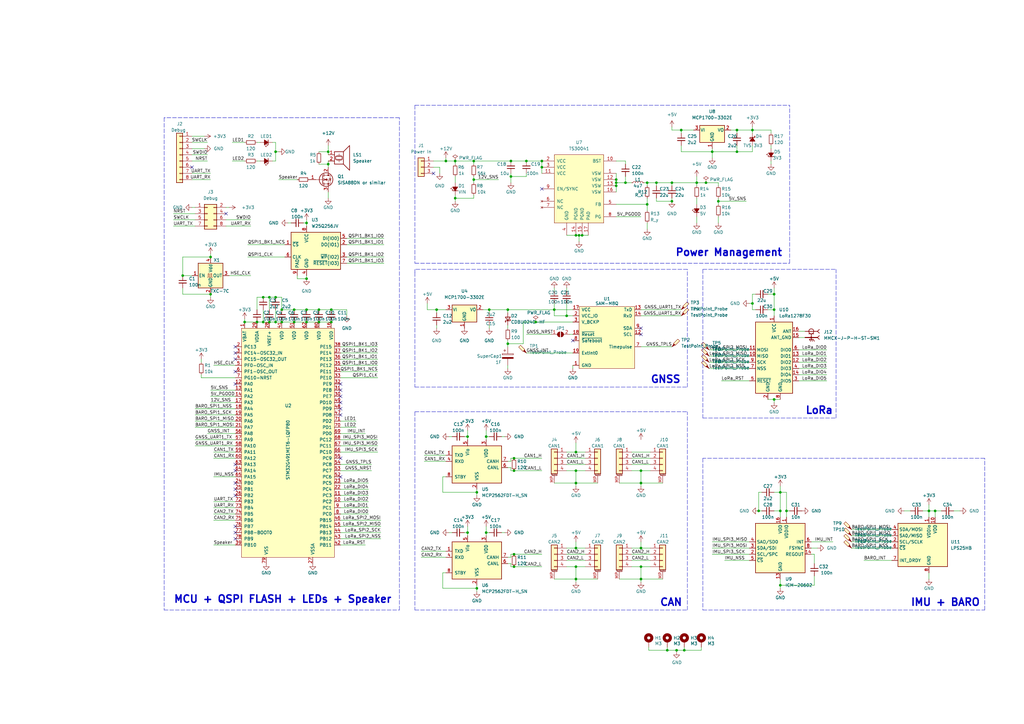
<source format=kicad_sch>
(kicad_sch (version 20211123) (generator eeschema)
  (paper "A3")
  (title_block (title "µHoubolt GNSS/RCU") (rev "v0.1") (company "TU Wien SpaceTeam"))
  (junction (at 210.82 187.96))
  (junction (at 86.36 105.41))
  (junction (at 100.33 132.08))
  (junction (at 134.62 62.23))
  (junction (at 191.77 218.44))
  (junction (at 208.28 140.97))
  (junction (at 115.57 132.08))
  (junction (at 273.685 266.7))
  (junction (at 294.64 82.55))
  (junction (at 113.03 121.92))
  (junction (at 199.39 179.07))
  (junction (at 179.07 127))
  (junction (at 110.49 132.08))
  (junction (at 113.03 62.23))
  (junction (at 182.88 66.04))
  (junction (at 210.82 232.41))
  (junction (at 265.43 74.93))
  (junction (at 237.49 96.52))
  (junction (at 215.9 66.04))
  (junction (at 280.67 266.7))
  (junction (at 134.62 67.31))
  (junction (at 113.03 132.08))
  (junction (at 236.22 232.41))
  (junction (at 209.55 72.39))
  (junction (at 308.61 53.34))
  (junction (at 236.22 185.42))
  (junction (at 105.41 132.08))
  (junction (at 269.24 74.93))
  (junction (at 383.54 209.55))
  (junction (at 252.73 74.93))
  (junction (at 236.22 198.12))
  (junction (at 265.43 83.82))
  (junction (at 107.95 121.92))
  (junction (at 236.22 193.04))
  (junction (at 130.81 132.08))
  (junction (at 135.89 132.08))
  (junction (at 320.04 209.55))
  (junction (at 199.39 218.44))
  (junction (at 317.5 163.83))
  (junction (at 135.89 127))
  (junction (at 110.49 121.92))
  (junction (at 262.89 237.49))
  (junction (at 208.28 127))
  (junction (at 222.25 66.04))
  (junction (at 275.59 74.93))
  (junction (at 125.73 127))
  (junction (at 252.73 76.2))
  (junction (at 277.495 266.7))
  (junction (at 256.54 74.93))
  (junction (at 236.22 237.49))
  (junction (at 186.69 66.04))
  (junction (at 120.65 132.08))
  (junction (at 209.55 66.04))
  (junction (at 236.22 224.79))
  (junction (at 317.5 120.65))
  (junction (at 381 209.55))
  (junction (at 275.59 82.55))
  (junction (at 125.73 91.44))
  (junction (at 194.31 73.66))
  (junction (at 262.89 193.04))
  (junction (at 74.93 113.03))
  (junction (at 194.31 66.04))
  (junction (at 320.04 201.93))
  (junction (at 252.73 73.66))
  (junction (at 86.36 120.65))
  (junction (at 186.69 81.28))
  (junction (at 285.75 74.93))
  (junction (at 262.89 224.79))
  (junction (at 320.04 240.03))
  (junction (at 107.95 132.08))
  (junction (at 219.71 132.08))
  (junction (at 292.1 62.23))
  (junction (at 191.77 179.07))
  (junction (at 236.22 96.52))
  (junction (at 311.15 209.55))
  (junction (at 210.82 193.04))
  (junction (at 302.26 53.34))
  (junction (at 317.5 127))
  (junction (at 302.26 62.23))
  (junction (at 289.56 74.93))
  (junction (at 262.89 198.12))
  (junction (at 238.76 96.52))
  (junction (at 227.33 127))
  (junction (at 200.66 127))
  (junction (at 279.4 53.34))
  (junction (at 262.89 232.41))
  (junction (at 322.58 209.55))
  (junction (at 222.25 68.58))
  (junction (at 115.57 127))
  (junction (at 308.61 124.46))
  (junction (at 130.81 127))
  (junction (at 210.82 227.33))
  (junction (at 120.65 127))
  (junction (at 125.73 132.08))
  (junction (at 232.41 129.54))
  (junction (at 125.73 114.3))
  (junction (at 195.58 241.3))
  (junction (at 195.58 201.93))
  (no_connect (at 234.95 139.7))
  (no_connect (at 96.52 152.4))
  (no_connect (at 78.74 68.58))
  (no_connect (at 96.52 142.24))
  (no_connect (at 96.52 144.78))
  (no_connect (at 96.52 147.32))
  (no_connect (at 96.52 157.48))
  (no_connect (at 262.89 134.62))
  (no_connect (at 92.71 87.63))
  (no_connect (at 177.8 71.12))
  (no_connect (at 139.7 160.02))
  (no_connect (at 96.52 220.98))
  (no_connect (at 96.52 218.44))
  (no_connect (at 96.52 215.9))
  (no_connect (at 139.7 170.18))
  (no_connect (at 139.7 187.96))
  (no_connect (at 96.52 203.2))
  (no_connect (at 96.52 193.04))
  (no_connect (at 96.52 190.5))
  (no_connect (at 96.52 200.66))
  (no_connect (at 96.52 198.12))
  (no_connect (at 139.7 162.56))
  (no_connect (at 139.7 165.1))
  (no_connect (at 139.7 167.64))
  (no_connect (at 139.7 157.48))
  (no_connect (at 139.7 195.58))
  (no_connect (at 222.25 77.47))
  (no_connect (at 262.89 137.16))
  (wire (pts (xy 87.63 149.86) (xy 96.52 149.86)))
  (wire (pts (xy 179.07 133.35) (xy 179.07 134.62)))
  (polyline (pts (xy 170.18 168.91) (xy 170.18 250.19)))
  (wire (pts (xy 195.58 203.2) (xy 195.58 201.93)))
  (wire (pts (xy 179.07 127) (xy 179.07 128.27)))
  (wire (pts (xy 349.25 224.79) (xy 365.76 224.79)))
  (wire (pts (xy 262.89 237.49) (xy 262.89 238.76)))
  (wire (pts (xy 259.08 187.96) (xy 266.7 187.96)))
  (wire (pts (xy 237.49 96.52) (xy 237.49 99.06)))
  (wire (pts (xy 107.95 121.92) (xy 110.49 121.92)))
  (wire (pts (xy 182.88 234.95) (xy 181.61 234.95)))
  (wire (pts (xy 157.48 105.41) (xy 142.24 105.41)))
  (wire (pts (xy 177.8 68.58) (xy 180.34 68.58)))
  (wire (pts (xy 139.7 149.86) (xy 154.94 149.86)))
  (wire (pts (xy 172.72 226.06) (xy 182.88 226.06)))
  (wire (pts (xy 184.15 179.07) (xy 185.42 179.07)))
  (wire (pts (xy 317.5 120.65) (xy 317.5 127)))
  (wire (pts (xy 252.73 74.93) (xy 252.73 76.2)))
  (wire (pts (xy 262.89 198.12) (xy 262.89 199.39)))
  (wire (pts (xy 210.82 193.04) (xy 222.25 193.04)))
  (wire (pts (xy 222.25 68.58) (xy 222.25 71.12)))
  (wire (pts (xy 139.7 193.04) (xy 152.4 193.04)))
  (wire (pts (xy 139.7 182.88) (xy 154.94 182.88)))
  (wire (pts (xy 275.59 81.28) (xy 275.59 82.55)))
  (wire (pts (xy 87.63 213.36) (xy 96.52 213.36)))
  (wire (pts (xy 181.61 201.93) (xy 195.58 201.93)))
  (wire (pts (xy 118.11 91.44) (xy 119.38 91.44)))
  (wire (pts (xy 194.31 73.66) (xy 194.31 72.39)))
  (wire (pts (xy 105.41 58.42) (xy 106.68 58.42)))
  (wire (pts (xy 139.7 180.34) (xy 154.94 180.34)))
  (wire (pts (xy 209.55 231.14) (xy 209.55 232.41)))
  (wire (pts (xy 332.74 227.33) (xy 334.01 227.33)))
  (wire (pts (xy 87.63 205.74) (xy 96.52 205.74)))
  (wire (pts (xy 92.71 85.09) (xy 93.98 85.09)))
  (wire (pts (xy 121.92 114.3) (xy 125.73 114.3)))
  (wire (pts (xy 308.61 127) (xy 309.88 127)))
  (polyline (pts (xy 288.29 250.19) (xy 403.86 250.19)))
  (wire (pts (xy 86.36 120.65) (xy 86.36 121.92)))
  (wire (pts (xy 195.58 242.57) (xy 195.58 241.3)))
  (wire (pts (xy 139.7 198.12) (xy 151.13 198.12)))
  (wire (pts (xy 80.01 167.64) (xy 96.52 167.64)))
  (wire (pts (xy 232.41 185.42) (xy 236.22 185.42)))
  (wire (pts (xy 80.01 172.72) (xy 96.52 172.72)))
  (wire (pts (xy 139.7 218.44) (xy 156.21 218.44)))
  (wire (pts (xy 209.55 189.23) (xy 209.55 187.96)))
  (wire (pts (xy 227.33 198.12) (xy 236.22 198.12)))
  (wire (pts (xy 134.62 66.04) (xy 134.62 67.31)))
  (wire (pts (xy 182.88 127) (xy 179.07 127)))
  (wire (pts (xy 308.61 124.46) (xy 307.34 124.46)))
  (wire (pts (xy 87.63 208.28) (xy 96.52 208.28)))
  (wire (pts (xy 86.36 165.1) (xy 96.52 165.1)))
  (wire (pts (xy 130.81 132.08) (xy 135.89 132.08)))
  (wire (pts (xy 219.71 132.08) (xy 234.95 132.08)))
  (polyline (pts (xy 323.85 107.95) (xy 323.85 43.18)))
  (wire (pts (xy 236.22 224.79) (xy 240.03 224.79)))
  (wire (pts (xy 71.12 87.63) (xy 80.01 87.63)))
  (wire (pts (xy 113.03 62.23) (xy 114.3 62.23)))
  (wire (pts (xy 199.39 218.44) (xy 199.39 219.71)))
  (wire (pts (xy 317.5 165.1) (xy 317.5 163.83)))
  (wire (pts (xy 198.12 127) (xy 200.66 127)))
  (wire (pts (xy 200.66 133.35) (xy 200.66 134.62)))
  (wire (pts (xy 209.55 72.39) (xy 209.55 71.12)))
  (wire (pts (xy 311.15 209.55) (xy 312.42 209.55)))
  (wire (pts (xy 275.59 74.93) (xy 285.75 74.93)))
  (wire (pts (xy 87.63 185.42) (xy 96.52 185.42)))
  (wire (pts (xy 349.25 219.71) (xy 365.76 219.71)))
  (wire (pts (xy 86.36 73.66) (xy 78.74 73.66)))
  (wire (pts (xy 290.83 146.05) (xy 307.34 146.05)))
  (wire (pts (xy 294.64 82.55) (xy 294.64 81.28)))
  (wire (pts (xy 279.4 62.23) (xy 292.1 62.23)))
  (wire (pts (xy 186.69 66.04) (xy 186.69 67.31)))
  (wire (pts (xy 262.89 193.04) (xy 266.7 193.04)))
  (wire (pts (xy 320.04 199.39) (xy 320.04 201.93)))
  (wire (pts (xy 279.4 59.69) (xy 279.4 62.23)))
  (wire (pts (xy 265.43 74.93) (xy 265.43 76.2)))
  (wire (pts (xy 285.75 81.28) (xy 285.75 83.82)))
  (polyline (pts (xy 170.18 250.19) (xy 281.94 250.19)))
  (wire (pts (xy 182.88 66.04) (xy 182.88 64.77)))
  (wire (pts (xy 335.28 224.79) (xy 332.74 224.79)))
  (wire (pts (xy 277.495 267.335) (xy 277.495 266.7)))
  (wire (pts (xy 332.74 222.25) (xy 341.63 222.25)))
  (wire (pts (xy 207.01 218.44) (xy 205.74 218.44)))
  (wire (pts (xy 139.7 208.28) (xy 151.13 208.28)))
  (wire (pts (xy 236.22 181.61) (xy 236.22 185.42)))
  (wire (pts (xy 222.25 66.04) (xy 222.25 68.58)))
  (wire (pts (xy 262.89 193.04) (xy 262.89 198.12)))
  (wire (pts (xy 100.33 132.08) (xy 105.41 132.08)))
  (polyline (pts (xy 170.18 111.76) (xy 170.18 158.75)))
  (wire (pts (xy 320.04 212.09) (xy 320.04 209.55)))
  (wire (pts (xy 322.58 209.55) (xy 323.85 209.55)))
  (wire (pts (xy 101.6 105.41) (xy 116.84 105.41)))
  (wire (pts (xy 327.66 146.05) (xy 339.09 146.05)))
  (polyline (pts (xy 170.18 43.18) (xy 170.18 107.95)))
  (wire (pts (xy 302.26 53.34) (xy 302.26 54.61)))
  (wire (pts (xy 191.77 179.07) (xy 191.77 180.34)))
  (wire (pts (xy 71.12 90.17) (xy 80.01 90.17)))
  (wire (pts (xy 87.63 210.82) (xy 96.52 210.82)))
  (wire (pts (xy 190.5 218.44) (xy 191.77 218.44)))
  (wire (pts (xy 139.7 220.98) (xy 156.21 220.98)))
  (wire (pts (xy 234.95 129.54) (xy 232.41 129.54)))
  (wire (pts (xy 259.08 227.33) (xy 266.7 227.33)))
  (wire (pts (xy 262.89 127) (xy 279.4 127)))
  (wire (pts (xy 195.58 201.93) (xy 195.58 200.66)))
  (wire (pts (xy 316.23 60.96) (xy 316.23 59.69)))
  (wire (pts (xy 113.03 132.08) (xy 115.57 132.08)))
  (wire (pts (xy 262.89 142.24) (xy 275.59 142.24)))
  (wire (pts (xy 349.25 222.25) (xy 365.76 222.25)))
  (wire (pts (xy 78.74 85.09) (xy 80.01 85.09)))
  (wire (pts (xy 262.89 224.79) (xy 266.7 224.79)))
  (wire (pts (xy 200.66 218.44) (xy 199.39 218.44)))
  (wire (pts (xy 262.89 237.49) (xy 271.78 237.49)))
  (wire (pts (xy 227.33 127) (xy 234.95 127)))
  (wire (pts (xy 209.55 191.77) (xy 209.55 193.04)))
  (wire (pts (xy 259.08 185.42) (xy 266.7 185.42)))
  (wire (pts (xy 232.41 187.96) (xy 240.03 187.96)))
  (wire (pts (xy 191.77 215.9) (xy 191.77 218.44)))
  (wire (pts (xy 264.16 74.93) (xy 265.43 74.93)))
  (wire (pts (xy 236.22 193.04) (xy 240.03 193.04)))
  (polyline (pts (xy 403.86 187.96) (xy 288.29 187.96)))
  (wire (pts (xy 262.89 222.25) (xy 262.89 224.79)))
  (wire (pts (xy 292.1 227.33) (xy 307.34 227.33)))
  (wire (pts (xy 236.22 232.41) (xy 240.03 232.41)))
  (wire (pts (xy 113.03 66.04) (xy 113.03 62.23)))
  (wire (pts (xy 74.93 118.11) (xy 74.93 120.65)))
  (wire (pts (xy 266.065 265.43) (xy 266.065 266.7)))
  (wire (pts (xy 113.03 62.23) (xy 113.03 58.42)))
  (wire (pts (xy 110.49 132.08) (xy 113.03 132.08)))
  (wire (pts (xy 259.08 232.41) (xy 262.89 232.41)))
  (wire (pts (xy 181.61 241.3) (xy 195.58 241.3)))
  (wire (pts (xy 317.5 201.93) (xy 320.04 201.93)))
  (wire (pts (xy 254 237.49) (xy 262.89 237.49)))
  (wire (pts (xy 125.73 132.08) (xy 130.81 132.08)))
  (wire (pts (xy 139.7 142.24) (xy 154.94 142.24)))
  (wire (pts (xy 139.7 223.52) (xy 149.86 223.52)))
  (wire (pts (xy 381 207.01) (xy 381 209.55)))
  (wire (pts (xy 139.7 154.94) (xy 154.94 154.94)))
  (wire (pts (xy 195.58 241.3) (xy 195.58 240.03)))
  (polyline (pts (xy 342.9 171.45) (xy 342.9 110.49)))
  (wire (pts (xy 87.63 223.52) (xy 96.52 223.52)))
  (wire (pts (xy 208.28 151.13) (xy 208.28 149.86)))
  (wire (pts (xy 139.7 205.74) (xy 151.13 205.74)))
  (wire (pts (xy 120.65 132.08) (xy 125.73 132.08)))
  (polyline (pts (xy 288.29 187.96) (xy 288.29 250.19)))
  (wire (pts (xy 275.59 74.93) (xy 275.59 76.2)))
  (wire (pts (xy 157.48 107.95) (xy 142.24 107.95)))
  (wire (pts (xy 254 198.12) (xy 262.89 198.12)))
  (wire (pts (xy 327.66 148.59) (xy 339.09 148.59)))
  (wire (pts (xy 302.26 59.69) (xy 302.26 62.23)))
  (wire (pts (xy 85.09 177.8) (xy 96.52 177.8)))
  (wire (pts (xy 194.31 66.04) (xy 186.69 66.04)))
  (polyline (pts (xy 281.94 250.19) (xy 281.94 168.91)))
  (wire (pts (xy 334.01 240.03) (xy 334.01 236.22)))
  (wire (pts (xy 139.7 172.72) (xy 146.05 172.72)))
  (wire (pts (xy 74.93 105.41) (xy 74.93 113.03)))
  (wire (pts (xy 200.66 179.07) (xy 199.39 179.07)))
  (wire (pts (xy 232.41 227.33) (xy 240.03 227.33)))
  (wire (pts (xy 292.1 62.23) (xy 302.26 62.23)))
  (wire (pts (xy 311.15 201.93) (xy 312.42 201.93)))
  (wire (pts (xy 208.28 191.77) (xy 209.55 191.77)))
  (wire (pts (xy 322.58 201.93) (xy 322.58 209.55)))
  (wire (pts (xy 92.71 92.71) (xy 102.87 92.71)))
  (wire (pts (xy 199.39 215.9) (xy 199.39 218.44)))
  (wire (pts (xy 314.96 127) (xy 317.5 127)))
  (wire (pts (xy 285.75 74.93) (xy 285.75 76.2)))
  (polyline (pts (xy 288.29 110.49) (xy 342.9 110.49)))
  (wire (pts (xy 175.26 124.46) (xy 175.26 127)))
  (wire (pts (xy 308.61 62.23) (xy 308.61 59.69)))
  (wire (pts (xy 292.1 64.77) (xy 292.1 62.23)))
  (wire (pts (xy 95.25 58.42) (xy 100.33 58.42)))
  (wire (pts (xy 210.82 232.41) (xy 222.25 232.41)))
  (wire (pts (xy 115.57 127) (xy 120.65 127)))
  (wire (pts (xy 209.55 72.39) (xy 215.9 72.39)))
  (wire (pts (xy 114.3 73.66) (xy 121.92 73.66)))
  (wire (pts (xy 200.66 127) (xy 208.28 127)))
  (wire (pts (xy 125.73 114.3) (xy 125.73 113.03)))
  (wire (pts (xy 80.01 182.88) (xy 96.52 182.88)))
  (polyline (pts (xy 67.31 48.26) (xy 67.31 250.19)))
  (wire (pts (xy 87.63 195.58) (xy 96.52 195.58)))
  (wire (pts (xy 199.39 179.07) (xy 199.39 176.53)))
  (wire (pts (xy 105.41 121.92) (xy 107.95 121.92)))
  (wire (pts (xy 134.62 62.23) (xy 134.62 63.5)))
  (wire (pts (xy 280.67 266.7) (xy 287.655 266.7)))
  (wire (pts (xy 110.49 121.92) (xy 113.03 121.92)))
  (polyline (pts (xy 170.18 158.75) (xy 281.94 158.75)))
  (wire (pts (xy 236.22 198.12) (xy 245.11 198.12)))
  (wire (pts (xy 186.69 72.39) (xy 186.69 74.93)))
  (wire (pts (xy 308.61 53.34) (xy 308.61 54.61)))
  (wire (pts (xy 139.7 203.2) (xy 151.13 203.2)))
  (wire (pts (xy 322.58 212.09) (xy 322.58 209.55)))
  (wire (pts (xy 86.36 104.14) (xy 86.36 105.41)))
  (wire (pts (xy 215.9 66.04) (xy 222.25 66.04)))
  (wire (pts (xy 80.01 180.34) (xy 96.52 180.34)))
  (wire (pts (xy 191.77 218.44) (xy 191.77 219.71)))
  (wire (pts (xy 294.64 91.44) (xy 294.64 88.9)))
  (wire (pts (xy 262.89 88.9) (xy 252.73 88.9)))
  (wire (pts (xy 182.88 195.58) (xy 181.61 195.58)))
  (wire (pts (xy 85.09 63.5) (xy 78.74 63.5)))
  (wire (pts (xy 232.41 124.46) (xy 232.41 129.54)))
  (wire (pts (xy 215.9 144.78) (xy 234.95 144.78)))
  (wire (pts (xy 290.83 143.51) (xy 307.34 143.51)))
  (wire (pts (xy 215.9 72.39) (xy 215.9 71.12)))
  (wire (pts (xy 215.9 137.16) (xy 226.06 137.16)))
  (wire (pts (xy 208.28 134.62) (xy 208.28 133.35)))
  (wire (pts (xy 295.91 156.21) (xy 307.34 156.21)))
  (wire (pts (xy 232.41 229.87) (xy 240.03 229.87)))
  (wire (pts (xy 209.55 193.04) (xy 210.82 193.04)))
  (wire (pts (xy 236.22 237.49) (xy 236.22 238.76)))
  (wire (pts (xy 184.15 218.44) (xy 185.42 218.44)))
  (wire (pts (xy 139.7 144.78) (xy 154.94 144.78)))
  (wire (pts (xy 285.75 74.93) (xy 289.56 74.93)))
  (wire (pts (xy 86.36 105.41) (xy 74.93 105.41)))
  (wire (pts (xy 139.7 200.66) (xy 151.13 200.66)))
  (wire (pts (xy 105.41 66.04) (xy 106.68 66.04)))
  (wire (pts (xy 74.93 113.03) (xy 78.74 113.03)))
  (wire (pts (xy 190.5 179.07) (xy 191.77 179.07)))
  (wire (pts (xy 86.36 162.56) (xy 96.52 162.56)))
  (wire (pts (xy 252.73 71.12) (xy 252.73 73.66)))
  (wire (pts (xy 113.03 58.42) (xy 111.76 58.42)))
  (wire (pts (xy 279.4 53.34) (xy 279.4 54.61)))
  (wire (pts (xy 234.95 137.16) (xy 233.68 137.16)))
  (wire (pts (xy 294.64 83.82) (xy 294.64 82.55)))
  (wire (pts (xy 314.96 120.65) (xy 317.5 120.65)))
  (wire (pts (xy 294.64 74.93) (xy 294.64 76.2)))
  (polyline (pts (xy 67.31 48.26) (xy 67.31 48.26)))
  (wire (pts (xy 121.92 113.03) (xy 121.92 114.3)))
  (wire (pts (xy 285.75 91.44) (xy 285.75 88.9)))
  (wire (pts (xy 210.82 187.96) (xy 222.25 187.96)))
  (wire (pts (xy 252.73 73.66) (xy 252.73 74.93)))
  (wire (pts (xy 275.59 52.07) (xy 275.59 53.34)))
  (wire (pts (xy 317.5 118.11) (xy 317.5 120.65)))
  (wire (pts (xy 265.43 83.82) (xy 265.43 86.36)))
  (polyline (pts (xy 281.94 110.49) (xy 170.18 110.49)))
  (wire (pts (xy 177.8 66.04) (xy 182.88 66.04)))
  (wire (pts (xy 277.495 266.7) (xy 280.67 266.7)))
  (wire (pts (xy 130.81 62.23) (xy 134.62 62.23)))
  (wire (pts (xy 259.08 190.5) (xy 266.7 190.5)))
  (wire (pts (xy 157.48 97.79) (xy 142.24 97.79)))
  (wire (pts (xy 113.03 121.92) (xy 115.57 121.92)))
  (wire (pts (xy 135.89 127) (xy 142.24 127)))
  (wire (pts (xy 236.22 222.25) (xy 236.22 224.79)))
  (wire (pts (xy 273.685 265.43) (xy 273.685 266.7)))
  (wire (pts (xy 80.01 175.26) (xy 96.52 175.26)))
  (wire (pts (xy 134.62 67.31) (xy 134.62 68.58)))
  (wire (pts (xy 208.28 140.97) (xy 214.63 140.97)))
  (wire (pts (xy 302.26 53.34) (xy 308.61 53.34)))
  (wire (pts (xy 191.77 176.53) (xy 191.77 179.07)))
  (polyline (pts (xy 163.83 48.26) (xy 67.31 48.26)))
  (wire (pts (xy 236.22 237.49) (xy 245.11 237.49)))
  (wire (pts (xy 289.56 74.93) (xy 294.64 74.93)))
  (wire (pts (xy 209.55 66.04) (xy 215.9 66.04)))
  (polyline (pts (xy 288.29 171.45) (xy 342.9 171.45)))
  (wire (pts (xy 194.31 67.31) (xy 194.31 66.04)))
  (wire (pts (xy 208.28 189.23) (xy 209.55 189.23)))
  (wire (pts (xy 234.95 149.86) (xy 234.95 151.13)))
  (wire (pts (xy 290.83 151.13) (xy 307.34 151.13)))
  (wire (pts (xy 327.66 143.51) (xy 339.09 143.51)))
  (wire (pts (xy 256.54 74.93) (xy 259.08 74.93)))
  (wire (pts (xy 232.41 193.04) (xy 236.22 193.04)))
  (wire (pts (xy 320.04 240.03) (xy 320.04 237.49)))
  (polyline (pts (xy 403.86 250.19) (xy 403.86 187.96)))
  (wire (pts (xy 349.25 217.17) (xy 365.76 217.17)))
  (wire (pts (xy 262.89 232.41) (xy 262.89 237.49)))
  (wire (pts (xy 115.57 121.92) (xy 115.57 127)))
  (wire (pts (xy 259.08 224.79) (xy 262.89 224.79)))
  (wire (pts (xy 316.23 53.34) (xy 316.23 54.61)))
  (wire (pts (xy 134.62 81.28) (xy 134.62 78.74)))
  (wire (pts (xy 208.28 231.14) (xy 209.55 231.14)))
  (wire (pts (xy 107.95 127) (xy 107.95 132.08)))
  (wire (pts (xy 259.08 229.87) (xy 266.7 229.87)))
  (wire (pts (xy 74.93 120.65) (xy 86.36 120.65)))
  (wire (pts (xy 115.57 132.08) (xy 120.65 132.08)))
  (wire (pts (xy 173.99 186.69) (xy 182.88 186.69)))
  (wire (pts (xy 139.7 147.32) (xy 154.94 147.32)))
  (wire (pts (xy 208.28 228.6) (xy 209.55 228.6)))
  (wire (pts (xy 269.24 82.55) (xy 275.59 82.55)))
  (wire (pts (xy 209.55 228.6) (xy 209.55 227.33)))
  (wire (pts (xy 180.34 68.58) (xy 180.34 71.12)))
  (wire (pts (xy 308.61 53.34) (xy 316.23 53.34)))
  (wire (pts (xy 320.04 241.3) (xy 320.04 240.03)))
  (wire (pts (xy 139.7 152.4) (xy 154.94 152.4)))
  (wire (pts (xy 105.41 132.08) (xy 107.95 132.08)))
  (wire (pts (xy 354.33 229.87) (xy 365.76 229.87)))
  (wire (pts (xy 334.01 227.33) (xy 334.01 231.14)))
  (wire (pts (xy 110.49 121.92) (xy 110.49 127)))
  (wire (pts (xy 227.33 129.54) (xy 232.41 129.54)))
  (wire (pts (xy 238.76 96.52) (xy 241.3 96.52)))
  (wire (pts (xy 181.61 234.95) (xy 181.61 241.3)))
  (wire (pts (xy 320.04 201.93) (xy 322.58 201.93)))
  (wire (pts (xy 316.23 67.31) (xy 316.23 66.04)))
  (wire (pts (xy 182.88 66.04) (xy 186.69 66.04)))
  (wire (pts (xy 232.41 190.5) (xy 240.03 190.5)))
  (wire (pts (xy 320.04 201.93) (xy 320.04 209.55)))
  (wire (pts (xy 208.28 128.27) (xy 208.28 127)))
  (wire (pts (xy 139.7 185.42) (xy 154.94 185.42)))
  (wire (pts (xy 299.72 53.34) (xy 302.26 53.34)))
  (wire (pts (xy 236.22 96.52) (xy 237.49 96.52)))
  (wire (pts (xy 175.26 127) (xy 179.07 127)))
  (wire (pts (xy 105.41 127) (xy 105.41 121.92)))
  (wire (pts (xy 280.67 265.43) (xy 280.67 266.7)))
  (wire (pts (xy 209.55 187.96) (xy 210.82 187.96)))
  (polyline (pts (xy 170.18 110.49) (xy 170.18 111.76)))
  (wire (pts (xy 92.71 90.17) (xy 102.87 90.17)))
  (wire (pts (xy 378.46 209.55) (xy 381 209.55)))
  (wire (pts (xy 101.6 100.33) (xy 116.84 100.33)))
  (wire (pts (xy 82.55 147.32) (xy 82.55 148.59)))
  (wire (pts (xy 232.41 118.11) (xy 232.41 119.38)))
  (wire (pts (xy 113.03 66.04) (xy 111.76 66.04)))
  (wire (pts (xy 86.36 160.02) (xy 96.52 160.02)))
  (wire (pts (xy 227.33 124.46) (xy 227.33 127)))
  (wire (pts (xy 273.685 266.7) (xy 277.495 266.7)))
  (wire (pts (xy 381 237.49) (xy 381 234.95)))
  (wire (pts (xy 83.82 60.96) (xy 78.74 60.96)))
  (wire (pts (xy 297.18 229.87) (xy 307.34 229.87)))
  (wire (pts (xy 383.54 209.55) (xy 383.54 212.09)))
  (wire (pts (xy 181.61 195.58) (xy 181.61 201.93)))
  (wire (pts (xy 292.1 62.23) (xy 292.1 60.96)))
  (wire (pts (xy 393.7 209.55) (xy 391.16 209.55)))
  (wire (pts (xy 207.01 179.07) (xy 205.74 179.07)))
  (polyline (pts (xy 170.18 107.95) (xy 323.85 107.95)))
  (wire (pts (xy 269.24 74.93) (xy 269.24 76.2)))
  (wire (pts (xy 279.4 53.34) (xy 284.48 53.34)))
  (wire (pts (xy 142.24 127) (xy 142.24 129.54)))
  (wire (pts (xy 287.655 266.7) (xy 287.655 265.43)))
  (wire (pts (xy 327.66 135.89) (xy 330.2 135.89)))
  (wire (pts (xy 290.83 148.59) (xy 307.34 148.59)))
  (wire (pts (xy 256.54 72.39) (xy 256.54 74.93)))
  (wire (pts (xy 139.7 175.26) (xy 146.05 175.26)))
  (polyline (pts (xy 163.83 250.19) (xy 163.83 48.26)))
  (wire (pts (xy 186.69 81.28) (xy 186.69 82.55)))
  (wire (pts (xy 87.63 187.96) (xy 96.52 187.96)))
  (wire (pts (xy 320.04 209.55) (xy 317.5 209.55)))
  (wire (pts (xy 120.65 127) (xy 125.73 127)))
  (wire (pts (xy 227.33 237.49) (xy 236.22 237.49)))
  (wire (pts (xy 317.5 163.83) (xy 320.04 163.83)))
  (wire (pts (xy 302.26 62.23) (xy 308.61 62.23)))
  (wire (pts (xy 113.03 127) (xy 113.03 132.08)))
  (wire (pts (xy 83.82 55.88) (xy 78.74 55.88)))
  (wire (pts (xy 381 209.55) (xy 381 212.09)))
  (wire (pts (xy 85.09 66.04) (xy 78.74 66.04)))
  (wire (pts (xy 252.73 83.82) (xy 265.43 83.82)))
  (wire (pts (xy 125.73 90.17) (xy 125.73 91.44)))
  (wire (pts (xy 262.89 198.12) (xy 271.78 198.12)))
  (wire (pts (xy 285.75 72.39) (xy 285.75 74.93)))
  (wire (pts (xy 214.63 132.08) (xy 214.63 140.97)))
  (wire (pts (xy 294.64 82.55) (xy 306.07 82.55)))
  (wire (pts (xy 236.22 193.04) (xy 236.22 198.12)))
  (wire (pts (xy 265.43 83.82) (xy 265.43 81.28)))
  (polyline (pts (xy 67.31 250.19) (xy 163.83 250.19)))
  (wire (pts (xy 266.065 266.7) (xy 273.685 266.7)))
  (wire (pts (xy 107.95 132.08) (xy 110.49 132.08)))
  (wire (pts (xy 236.22 198.12) (xy 236.22 199.39)))
  (wire (pts (xy 236.22 185.42) (xy 240.03 185.42)))
  (wire (pts (xy 320.04 240.03) (xy 334.01 240.03)))
  (wire (pts (xy 259.08 193.04) (xy 262.89 193.04)))
  (wire (pts (xy 125.73 127) (xy 130.81 127)))
  (wire (pts (xy 173.99 189.23) (xy 182.88 189.23)))
  (wire (pts (xy 232.41 232.41) (xy 236.22 232.41)))
  (wire (pts (xy 208.28 139.7) (xy 208.28 140.97)))
  (wire (pts (xy 200.66 127) (xy 200.66 128.27)))
  (wire (pts (xy 232.41 96.52) (xy 236.22 96.52)))
  (wire (pts (xy 82.55 154.94) (xy 96.52 154.94)))
  (wire (pts (xy 308.61 120.65) (xy 308.61 124.46)))
  (wire (pts (xy 86.36 71.12) (xy 78.74 71.12)))
  (wire (pts (xy 186.69 81.28) (xy 194.31 81.28)))
  (wire (pts (xy 232.41 224.79) (xy 236.22 224.79)))
  (wire (pts (xy 370.84 209.55) (xy 373.38 209.55)))
  (wire (pts (xy 208.28 142.24) (xy 208.28 140.97)))
  (wire (pts (xy 172.72 228.6) (xy 182.88 228.6)))
  (wire (pts (xy 125.73 91.44) (xy 125.73 92.71)))
  (wire (pts (xy 124.46 91.44) (xy 125.73 91.44)))
  (wire (pts (xy 262.89 232.41) (xy 266.7 232.41)))
  (wire (pts (xy 210.82 227.33) (xy 222.25 227.33)))
  (wire (pts (xy 327.66 156.21) (xy 339.09 156.21)))
  (wire (pts (xy 139.7 213.36) (xy 156.21 213.36)))
  (wire (pts (xy 199.39 179.07) (xy 199.39 180.34)))
  (polyline (pts (xy 281.94 158.75) (xy 281.94 110.49)))
  (wire (pts (xy 139.7 177.8) (xy 149.86 177.8)))
  (wire (pts (xy 252.73 76.2) (xy 252.73 78.74)))
  (wire (pts (xy 308.61 124.46) (xy 308.61 127)))
  (wire (pts (xy 265.43 74.93) (xy 269.24 74.93)))
  (wire (pts (xy 209.55 232.41) (xy 210.82 232.41)))
  (wire (pts (xy 256.54 67.31) (xy 256.54 66.04)))
  (wire (pts (xy 256.54 66.04) (xy 252.73 66.04)))
  (wire (pts (xy 292.1 222.25) (xy 307.34 222.25)))
  (polyline (pts (xy 288.29 110.49) (xy 288.29 171.45)))
  (wire (pts (xy 314.96 163.83) (xy 317.5 163.83)))
  (wire (pts (xy 317.5 127) (xy 317.5 129.54)))
  (wire (pts (xy 85.09 58.42) (xy 78.74 58.42)))
  (wire (pts (xy 95.25 66.04) (xy 100.33 66.04)))
  (wire (pts (xy 292.1 224.79) (xy 307.34 224.79)))
  (wire (pts (xy 236.22 232.41) (xy 236.22 237.49)))
  (wire (pts (xy 194.31 74.93) (xy 194.31 73.66)))
  (wire (pts (xy 227.33 127) (xy 227.33 129.54)))
  (wire (pts (xy 194.31 73.66) (xy 204.47 73.66)))
  (wire (pts (xy 265.43 93.98) (xy 265.43 91.44)))
  (wire (pts (xy 209.55 74.93) (xy 209.55 72.39)))
  (wire (pts (xy 381 209.55) (xy 383.54 209.55)))
  (wire (pts (xy 139.7 215.9) (xy 156.21 215.9)))
  (polyline (pts (xy 170.18 43.18) (xy 323.85 43.18)))
  (wire (pts (xy 194.31 80.01) (xy 194.31 81.28)))
  (wire (pts (xy 237.49 96.52) (xy 238.76 96.52)))
  (wire (pts (xy 269.24 81.28) (xy 269.24 82.55)))
  (wire (pts (xy 327.66 153.67) (xy 339.09 153.67)))
  (wire (pts (xy 279.4 129.54) (xy 262.89 129.54)))
  (wire (pts (xy 209.55 66.04) (xy 194.31 66.04)))
  (wire (pts (xy 157.48 100.33) (xy 142.24 100.33)))
  (wire (pts (xy 327.66 138.43) (xy 330.2 138.43)))
  (wire (pts (xy 327.66 151.13) (xy 339.09 151.13)))
  (wire (pts (xy 214.63 132.08) (xy 219.71 132.08)))
  (wire (pts (xy 308.61 120.65) (xy 309.88 120.65)))
  (wire (pts (xy 100.33 130.81) (xy 100.33 132.08)))
  (wire (pts (xy 308.61 53.34) (xy 308.61 52.07)))
  (wire (pts (xy 269.24 74.93) (xy 275.59 74.93)))
  (wire (pts (xy 311.15 201.93) (xy 311.15 209.55)))
  (wire (pts (xy 80.01 170.18) (xy 96.52 170.18)))
  (wire (pts (xy 186.69 80.01) (xy 186.69 81.28)))
  (wire (pts (xy 134.62 59.69) (xy 134.62 62.23)))
  (wire (pts (xy 134.62 67.31) (xy 130.81 67.31)))
  (wire (pts (xy 71.12 92.71) (xy 80.01 92.71)))
  (wire (pts (xy 275.59 53.34) (xy 279.4 53.34)))
  (wire (pts (xy 102.87 113.03) (xy 93.98 113.03)))
  (wire (pts (xy 130.81 127) (xy 135.89 127)))
  (wire (pts (xy 252.73 74.93) (xy 256.54 74.93)))
  (wire (pts (xy 227.33 118.11) (xy 227.33 119.38)))
  (wire (pts (xy 139.7 210.82) (xy 151.13 210.82)))
  (wire (pts (xy 209.55 227.33) (xy 210.82 227.33)))
  (wire (pts (xy 82.55 153.67) (xy 82.55 154.94)))
  (wire (pts (xy 139.7 190.5) (xy 152.4 190.5)))
  (wire (pts (xy 208.28 127) (xy 227.33 127)))
  (wire (pts (xy 383.54 209.55) (xy 386.08 209.55)))
  (polyline (pts (xy 170.18 168.91) (xy 281.94 168.91)))
  (text "CAN" (at 270.51 248.92 0) (effects (font (size 2.9972 2.9972) (thickness 0.5994) bold) (justify left bottom)))
  (text "MCU + QSPI FLASH + LEDs + Speaker" (at 71.12 247.65 0) (effects (font (size 2.9972 2.9972) (thickness 0.5994) bold) (justify left bottom)))
  (text "LoRa" (at 330.2 170.18 0) (effects (font (size 2.9972 2.9972) (thickness 0.5994) bold) (justify left bottom)))
  (text "GNSS" (at 266.7 157.48 0) (effects (font (size 2.9972 2.9972) (thickness 0.5994) bold) (justify left bottom)))
  (text "Power Management" (at 276.86 105.41 0) (effects (font (size 2.9972 2.9972) (thickness 0.5994) bold) (justify left bottom)))
  (text "IMU + BARO" (at 373.38 248.92 0) (effects (font (size 2.9972 2.9972) (thickness 0.5994) bold) (justify left bottom)))
  (label "GNSS_TPLS" (at 152.4 190.5 180))
  (label "IMU_SPI3_MISO" (at 154.94 182.88 180))
  (label "IMU_SPI3_MOSI" (at 154.94 180.34 180))
  (label "CAN2_L" (at 259.08 229.87 0))
  (label "LoRa_RST" (at 149.86 223.52 180))
  (label "UART_RX" (at 86.36 73.66 180))
  (label "CAN2_L" (at 232.41 229.87 0))
  (label "LoRa_DIO5" (at 151.13 198.12 180))
  (label "LoRa_SPI2_MISO" (at 290.83 146.05 0))
  (label "Speaker" (at 87.63 223.52 0))
  (label "QSPI1_BK1_IO1" (at 157.48 100.33 180))
  (label "CAN1_RX" (at 173.99 189.23 0))
  (label "LED1" (at 146.05 172.72 180))
  (label "QSPI1_BK1_IO0" (at 157.48 97.79 180))
  (label "LoRa_DIO3" (at 151.13 203.2 180))
  (label "QSPI1_BK1_NCS" (at 154.94 152.4 180))
  (label "BARO_SPI1_MOSI" (at 80.01 175.26 0))
  (label "12V_SNS" (at 204.47 73.66 180))
  (label "QSPI1_CLK" (at 101.6 105.41 0))
  (label "CAN2_H" (at 259.08 227.33 0))
  (label "IMU_NSS" (at 87.63 195.58 0))
  (label "QSPI1_BK1_IO0" (at 154.94 149.86 180))
  (label "GNSS_NRST" (at 152.4 193.04 180))
  (label "HSE_CLK" (at 102.87 113.03 180))
  (label "5V_PGOOD" (at 86.36 162.56 0))
  (label "CAN1_H" (at 222.25 187.96 180))
  (label "BARO_SPI1_SCK" (at 80.01 170.18 0))
  (label "IMU_INT" (at 341.63 222.25 180))
  (label "LoRa_DIO2" (at 151.13 205.74 180))
  (label "UART_TX" (at 71.12 92.71 0))
  (label "LoRa_DIO1" (at 339.09 146.05 180))
  (label "BARO_SPI1_SCK" (at 349.25 222.25 0))
  (label "IMU_NSS" (at 297.18 229.87 0))
  (label "CAN1_L" (at 259.08 190.5 0))
  (label "IMU_INT" (at 149.86 177.8 180))
  (label "LED2" (at 95.25 66.04 0))
  (label "CAN2_RX" (at 172.72 228.6 0))
  (label "QSPI1_BK1_IO2" (at 157.48 105.41 180))
  (label "5V_PGOOD" (at 262.89 88.9 180))
  (label "SWCLK" (at 71.12 90.17 0))
  (label "LoRa_SPI2_NSS" (at 290.83 151.13 0))
  (label "SWDIO" (at 85.09 63.5 180))
  (label "CAN1_RX" (at 87.63 187.96 0))
  (label "QSPI1_BK1_IO2" (at 154.94 144.78 180))
  (label "BARO_SPI1_NSS" (at 80.01 167.64 0))
  (label "CAN1_L" (at 232.41 190.5 0))
  (label "CAN1_H" (at 232.41 187.96 0))
  (label "HSE_CLK" (at 87.63 149.86 0))
  (label "NRST" (at 85.09 66.04 180))
  (label "5V_SNS" (at 306.07 82.55 180))
  (label "LoRa_SPI2_SCK" (at 290.83 148.59 0))
  (label "LoRa_DIO4" (at 339.09 153.67 180))
  (label "LoRa_SPI2_MOSI" (at 156.21 213.36 180))
  (label "QSPI1_BK1_IO3" (at 157.48 107.95 180))
  (label "IMU_SPI3_MISO" (at 292.1 222.25 0))
  (label "CAN1_H" (at 259.08 187.96 0))
  (label "BARO_SPI1_NSS" (at 349.25 224.79 0))
  (label "BARO_SPI1_MISO" (at 349.25 219.71 0))
  (label "LoRa_SPI2_MOSI" (at 290.83 143.51 0))
  (label "LoRa_SPI2_SCK" (at 156.21 218.44 180))
  (label "GNSS_INT" (at 215.9 144.78 0))
  (label "CAN2_TX" (at 172.72 226.06 0))
  (label "CAN1_TX" (at 87.63 185.42 0))
  (label "BARO_SPI1_MOSI" (at 349.25 217.17 0))
  (label "SWCLK" (at 85.09 58.42 180))
  (label "BARO_SPI1_MISO" (at 80.01 172.72 0))
  (label "12V_SNS" (at 86.36 165.1 0))
  (label "CAN2_H" (at 232.41 227.33 0))
  (label "BARO_INT" (at 354.33 229.87 0))
  (label "QSPI1_CLK" (at 154.94 154.94 180))
  (label "CAN2_L" (at 222.25 232.41 180))
  (label "QSPI1_BK1_IO3" (at 154.94 142.24 180))
  (label "QSPI1_BK1_NCS" (at 101.6 100.33 0))
  (label "LoRa_DIO5" (at 339.09 156.21 180))
  (label "LoRa_SPI2_NSS" (at 156.21 220.98 180))
  (label "CAN2_RX" (at 87.63 213.36 0))
  (label "CAN2_H" (at 222.25 227.33 180))
  (label "LoRa_RST" (at 295.91 156.21 0))
  (label "IMU_SPI3_MOSI" (at 292.1 224.79 0))
  (label "GNSS_UART1_RX" (at 80.01 182.88 0))
  (label "LoRa_DIO0" (at 151.13 210.82 180))
  (label "GNSS_UART1_TX" (at 279.4 127 180))
  (label "CAN1_TX" (at 173.99 186.69 0))
  (label "UART_RX" (at 87.63 208.28 0))
  (label "IMU_SPI3_SCK" (at 292.1 227.33 0))
  (label "UART_TX" (at 87.63 205.74 0))
  (label "NRST" (at 71.12 87.63 0))
  (label "GNSS_NRST" (at 215.9 137.16 0))
  (label "LoRa_DIO2" (at 339.09 148.59 180))
  (label "GNSS_UART1_TX" (at 80.01 180.34 0))
  (label "GNSS_INT" (at 85.09 177.8 0))
  (label "CAN2_TX" (at 87.63 210.82 0))
  (label "5V_SNS" (at 86.36 160.02 0))
  (label "Speaker" (at 114.3 73.66 0))
  (label "LoRa_DIO4" (at 151.13 200.66 180))
  (label "GNSS_TPLS" (at 275.59 142.24 180))
  (label "IMU_SPI3_SCK" (at 154.94 185.42 180))
  (label "UART_RX" (at 102.87 92.71 180))
  (label "LED1" (at 95.25 58.42 0))
  (label "LED2" (at 146.05 175.26 180))
  (label "LoRa_DIO1" (at 151.13 208.28 180))
  (label "LoRa_SPI2_MISO" (at 156.21 215.9 180))
  (label "QSPI1_BK1_IO1" (at 154.94 147.32 180))
  (label "UART_TX" (at 86.36 71.12 180))
  (label "CAN1_L" (at 222.25 193.04 180))
  (label "GNSS_UART1_RX" (at 279.4 129.54 180))
  (label "LoRa_DIO3" (at 339.09 151.13 180))
  (label "SWDIO" (at 102.87 90.17 180))
  (label "LoRa_DIO0" (at 339.09 143.51 180))
  (symbol (lib_id "TXV_Library_Symbols:SAM-M8Q") (at 248.92 138.43 0) (unit 1)
    (property "Reference" "U1" (at 248.92 122.555 0))
    (property "Value" "SAM-M8Q" (at 248.92 124.46 0))
    (property "Footprint" "TXV_Library_Footprints:SAM-M8Q" (effects hide))
  )
  (symbol (lib_id "power:GND") (at 234.95 151.13 0) (unit 1)
    (property "Reference" "#PWR0103" (effects hide))
    (property "Value" "GND" (at 234.95 154.94 0))
  )
  (symbol (lib_id "Device:C_Small") (at 227.33 121.92 0) (mirror y) (unit 1)
    (property "Reference" "C20" (at 224.79 120.015 0) (effects (justify right)))
    (property "Value" "100n" (at 224.79 123.825 0) (effects (justify right)))
    (property "Footprint" "Capacitor_SMD:C_0603_1608Metric" (effects hide))
  )
  (symbol (lib_id "Device:C_Small") (at 200.66 130.81 0) (mirror x) (unit 1)
    (property "Reference" "C15" (at 203.2 132.715 0) (effects (justify right)))
    (property "Value" "2u2" (at 203.2 128.905 0) (effects (justify right)))
    (property "Footprint" "Capacitor_SMD:C_0603_1608Metric" (effects hide))
  )
  (symbol (lib_id "Mechanical:MountingHole_Pad") (at 266.065 262.89 0) (unit 1)
    (property "Reference" "H1" (at 268.605 261.6454 0) (effects (justify left)))
    (property "Value" "M3" (at 268.605 263.9568 0) (effects (justify left)))
    (property "Footprint" "MountingHole:MountingHole_3.2mm_M3_Pad_Via" (effects hide))
  )
  (symbol (lib_id "Mechanical:MountingHole_Pad") (at 273.685 262.89 0) (unit 1)
    (property "Reference" "H2" (at 276.225 261.6454 0) (effects (justify left)))
    (property "Value" "M3" (at 276.225 263.9568 0) (effects (justify left)))
    (property "Footprint" "MountingHole:MountingHole_3.2mm_M3_Pad_Via" (effects hide))
  )
  (symbol (lib_id "Mechanical:MountingHole_Pad") (at 280.67 262.89 0) (unit 1)
    (property "Reference" "H3" (at 283.21 261.6454 0) (effects (justify left)))
    (property "Value" "M3" (at 283.21 263.9568 0) (effects (justify left)))
    (property "Footprint" "MountingHole:MountingHole_3.2mm_M3_Pad_Via" (effects hide))
  )
  (symbol (lib_id "Mechanical:MountingHole_Pad") (at 287.655 262.89 0) (unit 1)
    (property "Reference" "H4" (at 290.195 261.6454 0) (effects (justify left)))
    (property "Value" "M3" (at 290.195 263.9568 0) (effects (justify left)))
    (property "Footprint" "MountingHole:MountingHole_3.2mm_M3_Pad_Via" (effects hide))
  )
  (symbol (lib_id "power:GND") (at 277.495 267.335 0) (unit 1)
    (property "Reference" "#PWR0105" (effects hide))
    (property "Value" "GND" (at 277.622 271.7292 0))
  )
  (symbol (lib_id "Device:Q_NMOS_GDS") (at 132.08 73.66 0) (unit 1)
    (property "Reference" "Q1" (at 138.43 72.3899 0) (effects (justify left)))
    (property "Value" "SISA88DN or similar" (at 138.43 74.93 0) (effects (justify left)))
    (property "Footprint" "TXV_Library_Footprints:PowerPAK_1212-8" (effects hide))
  )
  (symbol (lib_id "power:+3V3") (at 320.04 199.39 0) (unit 1)
    (property "Reference" "#PWR0111" (effects hide))
    (property "Value" "+3V3" (at 320.04 195.58 0))
  )
  (symbol (lib_id "power:GND") (at 86.36 121.92 0) (unit 1)
    (property "Reference" "#PWR0156" (effects hide))
    (property "Value" "GND" (at 86.36 125.73 0))
  )
  (symbol (lib_id "TXV_Library_Symbols:LoRa1278F30") (at 317.5 147.32 0) (unit 1)
    (property "Reference" "U10" (at 319.5194 127 0) (effects (justify left)))
    (property "Value" "LoRa1278F30" (at 319.5194 129.54 0) (effects (justify left)))
    (property "Footprint" "TXV_Library_Footprints:G-NiceRF-LoRa1278F30" (effects hide))
    (property "Datasheet" "https://www.nicerf.com/products/detail/1w-wireless-tranceiver-module-lora1278f30.html" (effects hide))
  )
  (symbol (lib_id "Device:C_Small") (at 302.26 57.15 0) (unit 1)
    (property "Reference" "C26" (at 298.45 55.88 0) (effects (justify left)))
    (property "Value" "2u2" (at 298.45 59.69 0) (effects (justify left)))
    (property "Footprint" "Capacitor_SMD:C_0603_1608Metric" (effects hide))
  )
  (symbol (lib_id "Device:R_Small") (at 285.75 78.74 0) (unit 1)
    (property "Reference" "R14" (at 290.83 77.47 0) (effects (justify right)))
    (property "Value" "1k" (at 289.56 80.01 0) (effects (justify right)))
    (property "Footprint" "Resistor_SMD:R_0603_1608Metric" (effects hide))
  )
  (symbol (lib_id "Device:C_Small") (at 107.95 124.46 0) (unit 1)
    (property "Reference" "C3" (at 110.49 123.1962 0) (effects (justify left)))
    (property "Value" "2u2" (at 110.49 125.7362 0) (effects (justify left)))
    (property "Footprint" "Capacitor_SMD:C_0603_1608Metric" (effects hide))
  )
  (symbol (lib_id "Connector:TestPoint_Probe") (at 349.25 219.71 0) (mirror y) (unit 1)
    (property "Reference" "TP10" (at 341.63 217.17 0) (effects (justify right)))
    (property "Value" "TestPoint_Probe" (at 350.52 219.3924 0) (effects (justify right)))
    (property "Footprint" "TestPoint:TestPoint_Pad_D1.0mm" (effects hide))
  )
  (symbol (lib_id "TXV_Library_Symbols:STM32G491MET6-LQFP80") (at 118.11 168.91 0) (unit 1)
    (property "Reference" "U2" (at 116.84 166.37 0) (effects (justify left)))
    (property "Value" "STM32G491MET6-LQFP80" (at 118.11 196.85 90) (effects (justify left)))
    (property "Footprint" "Package_QFP:LQFP-80_12x12mm_P0.5mm" (effects hide))
    (property "Datasheet" "https://www.st.com/resource/en/datasheet/stm32g491me.pdf" (effects hide))
  )
  (symbol (lib_id "power:GND") (at 114.3 62.23 90) (unit 1)
    (property "Reference" "#PWR0151" (effects hide))
    (property "Value" "GND" (at 116.84 62.23 90) (effects (justify right)))
  )
  (symbol (lib_id "power:+3V3") (at 191.77 176.53 0) (unit 1)
    (property "Reference" "#PWR0136" (effects hide))
    (property "Value" "+3V3" (at 191.77 172.72 0))
  )
  (symbol (lib_id "power:GND") (at 317.5 165.1 0) (unit 1)
    (property "Reference" "#PWR0114" (effects hide))
    (property "Value" "GND" (at 317.5 168.91 0))
  )
  (symbol (lib_id "Device:C_Small") (at 312.42 127 90) (unit 1)
    (property "Reference" "C30" (at 314.96 125.73 90))
    (property "Value" "100n" (at 312.42 129.54 90))
    (property "Footprint" "Capacitor_SMD:C_0603_1608Metric" (effects hide))
  )
  (symbol (lib_id "power:GND") (at 207.01 218.44 90) (unit 1)
    (property "Reference" "#PWR0146" (effects hide))
    (property "Value" "GND" (at 210.82 218.4399 90) (effects (justify right)))
  )
  (symbol (lib_id "power:PWR_FLAG") (at 186.69 66.04 0) (unit 1)
    (property "Reference" "#FLG0102" (effects hide))
    (property "Value" "PWR_FLAG" (at 193.04 64.77 0))
  )
  (symbol (lib_id "power:GND") (at 262.89 199.39 0) (mirror y) (unit 1)
    (property "Reference" "#PWR0140" (effects hide))
    (property "Value" "GND" (at 262.89 203.2 0))
  )
  (symbol (lib_id "Device:C_Small") (at 314.96 209.55 90) (unit 1)
    (property "Reference" "C28" (at 314.96 207.01 90))
    (property "Value" "100n" (at 314.96 212.09 90))
    (property "Footprint" "Capacitor_SMD:C_0603_1608Metric" (effects hide))
  )
  (symbol (lib_id "power:GND") (at 134.62 81.28 0) (unit 1)
    (property "Reference" "#PWR0153" (effects hide))
    (property "Value" "GND" (at 134.62 85.09 0))
  )
  (symbol (lib_id "power:GND") (at 320.04 241.3 0) (unit 1)
    (property "Reference" "#PWR0108" (effects hide))
    (property "Value" "GND" (at 320.04 245.11 0))
  )
  (symbol (lib_id "power:GND") (at 237.49 99.06 0) (unit 1)
    (property "Reference" "#PWR0118" (effects hide))
    (property "Value" "GND" (at 237.49 102.87 0))
  )
  (symbol (lib_id "Oscillator:TXC-7C") (at 86.36 113.03 0) (unit 1)
    (property "Reference" "X1" (at 88.9 106.68 0))
    (property "Value" "TXC-7C" (at 90.17 119.38 0))
    (property "Footprint" "Oscillator:Oscillator_SMD_TXC_7C-4Pin_5.0x3.2mm" (effects hide))
    (property "Datasheet" "http://www.txccorp.com/download/products/osc/7C_o.pdf" (effects hide))
  )
  (symbol (lib_id "Regulator_Linear:MCP1700-3302E_SOT23") (at 190.5 127 0) (unit 1)
    (property "Reference" "U4" (at 190.5 119.38 0))
    (property "Value" "MCP1700-3302E" (at 190.5 121.92 0))
    (property "Footprint" "Package_TO_SOT_SMD:SOT-23" (effects hide))
    (property "Datasheet" "http://ww1.microchip.com/downloads/en/DeviceDoc/20001826D.pdf" (effects hide))
  )
  (symbol (lib_id "power:GND") (at 236.22 199.39 0) (mirror y) (unit 1)
    (property "Reference" "#PWR0141" (effects hide))
    (property "Value" "GND" (at 236.22 203.2 0))
  )
  (symbol (lib_id "Device:C_Small") (at 312.42 120.65 90) (unit 1)
    (property "Reference" "C29" (at 314.96 119.38 90))
    (property "Value" "22u" (at 312.42 123.19 90))
    (property "Footprint" "Capacitor_SMD:C_0603_1608Metric" (effects hide))
  )
  (symbol (lib_id "power:GND") (at 179.07 134.62 0) (unit 1)
    (property "Reference" "#PWR0128" (effects hide))
    (property "Value" "GND" (at 179.07 139.7 0))
  )
  (symbol (lib_id "power:GND") (at 184.15 179.07 270) (unit 1)
    (property "Reference" "#PWR0135" (effects hide))
    (property "Value" "GND" (at 180.34 179.0699 90) (effects (justify right)))
  )
  (symbol (lib_id "Device:R_Small") (at 316.23 57.15 0) (unit 1)
    (property "Reference" "R17" (at 321.31 55.88 0) (effects (justify right)))
    (property "Value" "120" (at 321.31 58.42 0) (effects (justify right)))
    (property "Footprint" "Resistor_SMD:R_0603_1608Metric" (effects hide))
  )
  (symbol (lib_id "Device:LED_Small_Filled") (at 186.69 77.47 90) (unit 1)
    (property "Reference" "D1" (at 187.96 76.2 90) (effects (justify right)))
    (property "Value" "VIN" (at 187.96 78.74 90) (effects (justify right)))
    (property "Footprint" "LED_SMD:LED_0603_1608Metric" (effects hide))
  )
  (symbol (lib_id "Connector:TestPoint_Probe") (at 349.25 224.79 0) (mirror y) (unit 1)
    (property "Reference" "TP12" (at 350.52 221.9324 0) (effects (justify right)))
    (property "Value" "TestPoint_Probe" (at 350.52 224.4724 0) (effects (justify right)))
    (property "Footprint" "TestPoint:TestPoint_Pad_D1.0mm" (effects hide))
  )
  (symbol (lib_id "Connector_Generic:Conn_01x08") (at 73.66 63.5 0) (mirror y) (unit 1)
    (property "Reference" "J2" (at 74.93 50.8 0) (effects (justify left)))
    (property "Value" "Debug" (at 76.2 53.34 0) (effects (justify left)))
    (property "Footprint" "Connector_PinHeader_2.54mm:PinHeader_1x08_P2.54mm_Vertical_SMD_Pin1Left" (effects hide))
  )
  (symbol (lib_id "power:GND") (at 195.58 242.57 0) (unit 1)
    (property "Reference" "#PWR0138" (effects hide))
    (property "Value" "GND" (at 195.58 246.38 0))
  )
  (symbol (lib_id "Device:LED_Small_Filled") (at 285.75 86.36 90) (unit 1)
    (property "Reference" "D3" (at 288.29 85.09 90))
    (property "Value" "5V" (at 288.29 87.63 90))
    (property "Footprint" "LED_SMD:LED_0603_1608Metric" (effects hide))
  )
  (symbol (lib_id "power:GND") (at 78.74 85.09 270) (unit 1)
    (property "Reference" "#PWR0163" (effects hide))
    (property "Value" "GND" (at 74.93 85.0899 90) (effects (justify right)))
  )
  (symbol (lib_id "power:+5V") (at 262.89 180.34 0) (unit 1)
    (property "Reference" "#PWR0142" (effects hide))
    (property "Value" "+5V" (at 262.89 176.53 0))
  )
  (symbol (lib_id "TXV_Library_Symbols:MCP2562FDT-H_SN") (at 195.58 190.5 0) (unit 1)
    (property "Reference" "U5" (at 197.5994 200.66 0) (effects (justify left)))
    (property "Value" "MCP2562FDT-H_SN" (at 197.5994 203.2 0) (effects (justify left)))
    (property "Footprint" "Package_SO:SOIC-8_3.9x4.9mm_P1.27mm" (effects hide))
    (property "Datasheet" "http://ww1.microchip.com/downloads/en/DeviceDoc/25167A.pdf" (effects hide))
  )
  (symbol (lib_id "power:GND") (at 195.58 203.2 0) (unit 1)
    (property "Reference" "#PWR0133" (effects hide))
    (property "Value" "GND" (at 195.58 207.01 0))
  )
  (symbol (lib_id "power:+5V") (at 199.39 176.53 0) (unit 1)
    (property "Reference" "#PWR0169" (effects hide))
    (property "Value" "+5V" (at 199.39 172.72 0))
  )
  (symbol (lib_id "Device:C_Small") (at 187.96 179.07 90) (unit 1)
    (property "Reference" "C13" (at 187.96 173.99 90))
    (property "Value" "100n" (at 187.96 176.53 90))
    (property "Footprint" "Capacitor_SMD:C_0603_1608Metric" (effects hide))
  )
  (symbol (lib_id "Connector_Generic_MountingPin:Conn_01x04_MountingPin") (at 245.11 187.96 0) (unit 1)
    (property "Reference" "J6" (at 243.84 180.34 0) (effects (justify left)))
    (property "Value" "CAN1" (at 242.57 182.88 0) (effects (justify left)))
    (property "Footprint" "Connector_JST:JST_GH_BM04B-GHS-TBT_1x04-1MP_P1.25mm_Vertical" (effects hide))
  )
  (symbol (lib_id "Connector_Generic_MountingPin:Conn_01x04_MountingPin") (at 271.78 187.96 0) (unit 1)
    (property "Reference" "J10" (at 270.51 180.34 0) (effects (justify left)))
    (property "Value" "CAN1" (at 269.24 182.88 0) (effects (justify left)))
    (property "Footprint" "Connector_JST:JST_GH_BM04B-GHS-TBT_1x04-1MP_P1.25mm_Vertical" (effects hide))
  )
  (symbol (lib_id "power:+3V3") (at 191.77 215.9 0) (unit 1)
    (property "Reference" "#PWR0139" (effects hide))
    (property "Value" "+3V3" (at 191.77 212.09 0))
  )
  (symbol (lib_id "Connector_Generic:Conn_01x03") (at 172.72 68.58 0) (mirror y) (unit 1)
    (property "Reference" "J1" (at 172.72 59.69 0))
    (property "Value" "Power In" (at 172.72 62.23 0))
    (property "Footprint" "TXV_Library_Footprints:Molex_MegaFit_1x03_Vertical" (effects hide))
  )
  (symbol (lib_id "Sensor_Pressure:LPS25HB") (at 378.46 222.25 0) (mirror y) (unit 1)
    (property "Reference" "U11" (at 389.89 222.2499 0) (effects (justify right)))
    (property "Value" "LPS25HB" (at 389.89 224.7899 0) (effects (justify right)))
    (property "Footprint" "Package_LGA:ST_HLGA-10_2.5x2.5mm_P0.6mm_LayoutBorder3x2y" (effects hide))
    (property "Datasheet" "www.st.com/resource/en/datasheet/lps25hb.pdf" (effects hide))
  )
  (symbol (lib_id "power:GND") (at 285.75 91.44 0) (unit 1)
    (property "Reference" "#PWR0123" (effects hide))
    (property "Value" "GND" (at 285.75 95.25 0))
  )
  (symbol (lib_id "Device:C_Small") (at 110.49 129.54 0) (unit 1)
    (property "Reference" "C4" (at 113.03 128.2762 0) (effects (justify left)))
    (property "Value" "100n" (at 113.03 130.8162 0) (effects (justify left)))
    (property "Footprint" "Capacitor_SMD:C_0603_1608Metric" (effects hide))
  )
  (symbol (lib_id "Jumper:SolderJumper_2_Open") (at 229.87 137.16 0) (unit 1)
    (property "Reference" "JP1" (at 229.87 134.62 0))
    (property "Value" "SolderJumper_" (effects hide))
    (property "Footprint" "Jumper:SolderJumper-2_P1.3mm_Open_Pad1.0x1.5mm" (effects hide))
  )
  (symbol (lib_id "Device:R_Small") (at 265.43 88.9 180) (unit 1)
    (property "Reference" "R13" (at 266.7 87.63 0) (effects (justify right)))
    (property "Value" "R_y" (at 266.7 90.17 0) (effects (justify right)))
    (property "Footprint" "Resistor_SMD:R_0603_1608Metric" (effects hide))
  )
  (symbol (lib_id "TXV_Library_Symbols:TS30041") (at 237.49 77.47 0) (unit 1)
    (property "Reference" "U7" (at 237.49 58.42 0))
    (property "Value" "TS30041" (at 237.49 60.96 0))
    (property "Footprint" "Package_DFN_QFN:QFN-16-1EP_3x3mm_P0.5mm_EP1.75x1.75mm_ThermalVias" (effects hide))
  )
  (symbol (lib_id "Connector:TestPoint_Probe") (at 290.83 148.59 0) (mirror y) (unit 1)
    (property "Reference" "TP7" (at 292.1 145.7324 0) (effects (justify right)))
    (property "Value" "TestPoint_Probe" (at 292.1 148.2724 0) (effects (justify right)))
    (property "Footprint" "TestPoint:TestPoint_Pad_D1.0mm" (effects hide))
  )
  (symbol (lib_id "Connector_Generic_MountingPin:Conn_01x04_MountingPin") (at 227.33 187.96 0) (mirror y) (unit 1)
    (property "Reference" "J4" (at 227.33 180.34 0))
    (property "Value" "CAN1" (at 227.33 182.88 0))
    (property "Footprint" "Connector_JST:JST_GH_BM04B-GHS-TBT_1x04-1MP_P1.25mm_Vertical" (effects hide))
  )
  (symbol (lib_id "Connector:TestPoint_Probe") (at 290.83 143.51 0) (mirror y) (unit 1)
    (property "Reference" "TP5" (at 292.1 140.6524 0) (effects (justify right)))
    (property "Value" "TestPoint_Probe" (at 292.1 143.1924 0) (effects (justify right)))
    (property "Footprint" "TestPoint:TestPoint_Pad_D1.0mm" (effects hide))
  )
  (symbol (lib_id "Regulator_Linear:MCP1700-3302E_SOT23") (at 292.1 53.34 0) (unit 1)
    (property "Reference" "U8" (at 292.1 45.72 0))
    (property "Value" "MCP1700-3302E" (at 292.1 48.26 0))
    (property "Footprint" "Package_TO_SOT_SMD:SOT-23" (effects hide))
    (property "Datasheet" "http://ww1.microchip.com/downloads/en/DeviceDoc/20001826D.pdf" (effects hide))
  )
  (symbol (lib_id "Device:C_Small") (at 275.59 78.74 0) (unit 1)
    (property "Reference" "C24" (at 276.86 77.47 0) (effects (justify left)))
    (property "Value" "22u" (at 276.86 80.01 0) (effects (justify left)))
    (property "Footprint" "Capacitor_SMD:C_0603_1608Metric" (effects hide))
  )
  (symbol (lib_id "Connector_Generic:Conn_02x04_Odd_Even") (at 85.09 87.63 0) (unit 1)
    (property "Reference" "J3" (at 86.36 78.74 0))
    (property "Value" "Debug" (at 86.36 81.28 0))
    (property "Footprint" "Connector_PinHeader_1.27mm:PinHeader_2x04_P1.27mm_Vertical_SMD" (effects hide))
  )
  (symbol (lib_id "power:+5V") (at 285.75 72.39 0) (unit 1)
    (property "Reference" "#PWR0122" (effects hide))
    (property "Value" "+5V" (at 285.75 67.31 0))
  )
  (symbol (lib_id "Connector:TestPoint_Probe") (at 349.25 217.17 0) (mirror y) (unit 1)
    (property "Reference" "TP9" (at 341.63 214.63 0) (effects (justify right)))
    (property "Value" "TestPoint_Probe" (at 350.52 216.8524 0) (effects (justify right)))
    (property "Footprint" "TestPoint:TestPoint_Pad_D1.0mm" (effects hide))
  )
  (symbol (lib_id "power:GND") (at 370.84 209.55 270) (unit 1)
    (property "Reference" "#PWR0104" (effects hide))
    (property "Value" "GND" (at 367.03 209.5499 90) (effects (justify right)))
  )
  (symbol (lib_id "Device:C_Polarized") (at 208.28 146.05 0) (unit 1)
    (property "Reference" "SuperCap1" (at 195.58 146.05 0) (effects (justify left)))
    (property "Value" "1F" (at 203.2 148.59 0) (effects (justify left)))
    (property "Footprint" "Capacitor_SMD:CP_Elec_10x10.5" (effects hide))
  )
  (symbol (lib_id "Connector_Generic_MountingPin:Conn_01x04_MountingPin") (at 254 187.96 0) (mirror y) (unit 1)
    (property "Reference" "J8" (at 254 180.34 0))
    (property "Value" "CAN1" (at 254 182.88 0))
    (property "Footprint" "Connector_JST:JST_GH_BM04B-GHS-TBT_1x04-1MP_P1.25mm_Vertical" (effects hide))
  )
  (symbol (lib_id "Device:C_Small") (at 269.24 78.74 0) (unit 1)
    (property "Reference" "C23" (at 270.51 77.47 0) (effects (justify left)))
    (property "Value" "22u" (at 270.51 80.01 0) (effects (justify left)))
    (property "Footprint" "Capacitor_SMD:C_0603_1608Metric" (effects hide))
  )
  (symbol (lib_id "power:GND") (at 275.59 82.55 0) (unit 1)
    (property "Reference" "#PWR0117" (effects hide))
    (property "Value" "GND" (at 275.59 87.63 0))
  )
  (symbol (lib_id "power:GND") (at 381 237.49 0) (unit 1)
    (property "Reference" "#PWR0106" (effects hide))
    (property "Value" "GND" (at 381 241.3 0))
  )
  (symbol (lib_id "Device:C_Small") (at 179.07 130.81 0) (unit 1)
    (property "Reference" "C12" (at 181.61 129.5462 0) (effects (justify left)))
    (property "Value" "2u2" (at 181.61 132.0862 0) (effects (justify left)))
    (property "Footprint" "Capacitor_SMD:C_0603_1608Metric" (effects hide))
  )
  (symbol (lib_id "power:GND") (at 328.93 209.55 90) (unit 1)
    (property "Reference" "#PWR0109" (effects hide))
    (property "Value" "GND" (at 332.74 209.5499 90) (effects (justify right)))
  )
  (symbol (lib_id "power:+3V3") (at 100.33 130.81 0) (unit 1)
    (property "Reference" "#PWR0157" (effects hide))
    (property "Value" "+3V3" (at 100.33 127 0))
  )
  (symbol (lib_id "power:GND") (at 335.28 224.79 90) (unit 1)
    (property "Reference" "#PWR0110" (effects hide))
    (property "Value" "GND" (at 339.09 224.7899 90) (effects (justify right)))
  )
  (symbol (lib_id "power:+5V") (at 262.89 222.25 0) (unit 1)
    (property "Reference" "#PWR0145" (effects hide))
    (property "Value" "+5V" (at 262.89 218.44 0))
  )
  (symbol (lib_id "Device:C_Small") (at 334.01 233.68 0) (unit 1)
    (property "Reference" "C32" (at 337.82 232.41 0))
    (property "Value" "100n" (at 339.09 234.95 0))
    (property "Footprint" "Capacitor_SMD:C_0603_1608Metric" (effects hide))
  )
  (symbol (lib_id "power:+3V3") (at 82.55 147.32 0) (unit 1)
    (property "Reference" "#PWR0164" (effects hide))
    (property "Value" "+3V3" (at 82.55 143.51 0))
  )
  (symbol (lib_id "Device:R_Small") (at 210.82 229.87 0) (unit 1)
    (property "Reference" "R11" (at 212.09 228.6 0) (effects (justify left)))
    (property "Value" "120" (at 212.09 231.14 0) (effects (justify left)))
    (property "Footprint" "Resistor_SMD:R_0603_1608Metric" (effects hide))
  )
  (symbol (lib_id "power:GND") (at 265.43 93.98 0) (unit 1)
    (property "Reference" "#PWR0119" (effects hide))
    (property "Value" "GND" (at 265.43 97.79 0))
  )
  (symbol (lib_id "Device:R_Small") (at 194.31 77.47 0) (unit 1)
    (property "Reference" "R8" (at 198.12 76.2 0) (effects (justify right)))
    (property "Value" "10k" (at 199.39 78.74 0) (effects (justify right)))
    (property "Footprint" "Resistor_SMD:R_0603_1608Metric" (effects hide))
  )
  (symbol (lib_id "power:GND") (at 316.23 67.31 0) (unit 1)
    (property "Reference" "#PWR01" (effects hide))
    (property "Value" "GND" (at 316.23 71.12 0))
  )
  (symbol (lib_id "power:GND") (at 209.55 74.93 0) (unit 1)
    (property "Reference" "#PWR0131" (effects hide))
    (property "Value" "GND" (at 209.55 78.74 0))
  )
  (symbol (lib_id "Connector:TestPoint_Probe") (at 275.59 142.24 0) (unit 1)
    (property "Reference" "TP2" (at 279.4 139.3824 0) (effects (justify left)))
    (property "Value" "TestPoint_Probe" (at 279.4 141.9224 0) (effects (justify left)))
    (property "Footprint" "TestPoint:TestPoint_Pad_D1.0mm" (effects hide))
  )
  (symbol (lib_id "power:GND") (at 142.24 129.54 0) (unit 1)
    (property "Reference" "#PWR0159" (effects hide))
    (property "Value" "GND" (at 142.24 134.62 0))
  )
  (symbol (lib_id "power:GND") (at 311.15 209.55 270) (unit 1)
    (property "Reference" "#PWR0107" (effects hide))
    (property "Value" "GND" (at 307.34 209.5499 90) (effects (justify right)))
  )
  (symbol (lib_id "Device:C_Small") (at 187.96 218.44 90) (unit 1)
    (property "Reference" "C14" (at 187.96 213.36 90))
    (property "Value" "100n" (at 187.96 215.9 90))
    (property "Footprint" "Capacitor_SMD:C_0603_1608Metric" (effects hide))
  )
  (symbol (lib_id "Device:C_Small") (at 232.41 121.92 0) (mirror y) (unit 1)
    (property "Reference" "C21" (at 229.87 120.015 0) (effects (justify right)))
    (property "Value" "100n" (at 229.87 123.825 0) (effects (justify right)))
    (property "Footprint" "Capacitor_SMD:C_0603_1608Metric" (effects hide))
  )
  (symbol (lib_id "Connector_Generic_MountingPin:Conn_01x04_MountingPin") (at 271.78 227.33 0) (unit 1)
    (property "Reference" "J11" (at 270.51 219.71 0) (effects (justify left)))
    (property "Value" "CAN2" (at 269.24 222.25 0) (effects (justify left)))
    (property "Footprint" "Connector_JST:JST_GH_BM04B-GHS-TBT_1x04-1MP_P1.25mm_Vertical" (effects hide))
  )
  (symbol (lib_id "power:GND") (at 200.66 134.62 0) (unit 1)
    (property "Reference" "#PWR0125" (effects hide))
    (property "Value" "GND" (at 200.66 139.7 0))
  )
  (symbol (lib_id "Device:LED_Small_Filled") (at 109.22 66.04 180) (unit 1)
    (property "Reference" "LED2" (at 109.22 63.5 0))
    (property "Value" "LED_Small_Filled" (effects hide))
    (property "Footprint" "LED_SMD:LED_0603_1608Metric" (effects hide))
  )
  (symbol (lib_id "Device:R_Small") (at 124.46 73.66 90) (unit 1)
    (property "Reference" "R4" (at 124.46 71.12 90))
    (property "Value" "120" (at 124.46 76.2 90))
    (property "Footprint" "Resistor_SMD:R_0603_1608Metric" (effects hide))
  )
  (symbol (lib_id "Device:R_Small") (at 294.64 86.36 0) (unit 1)
    (property "Reference" "R16" (at 295.91 85.09 0) (effects (justify left)))
    (property "Value" "10k" (at 295.91 87.63 0) (effects (justify left)))
    (property "Footprint" "Resistor_SMD:R_0603_1608Metric" (effects hide))
  )
  (symbol (lib_id "power:GND") (at 128.27 231.14 0) (unit 1)
    (property "Reference" "#PWR0165" (effects hide))
    (property "Value" "GND" (at 128.27 234.95 0))
  )
  (symbol (lib_id "power:+5V") (at 275.59 52.07 0) (unit 1)
    (property "Reference" "#PWR0167" (effects hide))
    (property "Value" "+5V" (at 275.59 46.99 0))
  )
  (symbol (lib_id "Device:C_Small") (at 215.9 68.58 180) (unit 1)
    (property "Reference" "C19" (at 219.71 67.31 0))
    (property "Value" "100n" (at 218.44 71.12 0))
    (property "Footprint" "Capacitor_SMD:C_0603_1608Metric" (effects hide))
  )
  (symbol (lib_id "Device:C_Small") (at 203.2 179.07 90) (unit 1)
    (property "Reference" "C16" (at 203.2 173.99 90))
    (property "Value" "100n" (at 203.2 176.53 90))
    (property "Footprint" "Capacitor_SMD:C_0603_1608Metric" (effects hide))
  )
  (symbol (lib_id "power:GND") (at 109.22 231.14 0) (unit 1)
    (property "Reference" "#PWR0166" (effects hide))
    (property "Value" "GND" (at 109.22 234.95 0))
  )
  (symbol (lib_id "Device:LED_Small_Filled") (at 109.22 58.42 180) (unit 1)
    (property "Reference" "LED1" (at 109.22 55.88 0))
    (property "Value" "LED_Small_Filled" (effects hide))
    (property "Footprint" "LED_SMD:LED_0603_1608Metric" (effects hide))
  )
  (symbol (lib_id "Device:C_Small") (at 326.39 209.55 90) (unit 1)
    (property "Reference" "C31" (at 326.39 207.01 90))
    (property "Value" "10n" (at 326.39 212.09 90))
    (property "Footprint" "Capacitor_SMD:C_0603_1608Metric" (effects hide))
  )
  (symbol (lib_id "power:GND") (at 207.01 179.07 90) (unit 1)
    (property "Reference" "#PWR0144" (effects hide))
    (property "Value" "GND" (at 210.82 179.0699 90) (effects (justify right)))
  )
  (symbol (lib_id "power:+3V3") (at 83.82 55.88 270) (mirror x) (unit 1)
    (property "Reference" "#PWR0160" (effects hide))
    (property "Value" "+3V3" (at 92.71 55.88 90) (effects (justify right)))
  )
  (symbol (lib_id "power:+5V") (at 199.39 215.9 0) (unit 1)
    (property "Reference" "#PWR0168" (effects hide))
    (property "Value" "+5V" (at 199.39 212.09 0))
  )
  (symbol (lib_id "Device:R_Small") (at 210.82 190.5 0) (unit 1)
    (property "Reference" "R10" (at 212.09 189.23 0) (effects (justify left)))
    (property "Value" "120" (at 212.09 191.77 0) (effects (justify left)))
    (property "Footprint" "Resistor_SMD:R_0603_1608Metric" (effects hide))
  )
  (symbol (lib_id "Device:C_Small") (at 314.96 201.93 90) (unit 1)
    (property "Reference" "C27" (at 314.96 199.39 90))
    (property "Value" "2u2" (at 314.96 204.47 90))
    (property "Footprint" "Capacitor_SMD:C_0603_1608Metric" (effects hide))
  )
  (symbol (lib_id "Device:Speaker_Crystal") (at 139.7 63.5 0) (unit 1)
    (property "Reference" "LS1" (at 144.78 63.4999 0) (effects (justify left)))
    (property "Value" "Speaker" (at 144.78 66.0399 0) (effects (justify left)))
    (property "Footprint" "TXV_Library_Footprints:Piezo_Buzzer" (effects hide))
  )
  (symbol (lib_id "Connector_Generic_MountingPin:Conn_01x04_MountingPin") (at 254 227.33 0) (mirror y) (unit 1)
    (property "Reference" "J9" (at 254 219.71 0))
    (property "Value" "CAN2" (at 254 222.25 0))
    (property "Footprint" "Connector_JST:JST_GH_BM04B-GHS-TBT_1x04-1MP_P1.25mm_Vertical" (effects hide))
  )
  (symbol (lib_id "power:+5V") (at 236.22 181.61 0) (unit 1)
    (property "Reference" "#PWR0143" (effects hide))
    (property "Value" "+5V" (at 236.22 177.8 0))
  )
  (symbol (lib_id "power:GND") (at 190.5 134.62 0) (unit 1)
    (property "Reference" "#PWR0127" (effects hide))
    (property "Value" "GND" (at 190.5 139.7 0))
  )
  (symbol (lib_id "Device:R_Small") (at 186.69 69.85 0) (unit 1)
    (property "Reference" "R6" (at 190.5 68.58 0) (effects (justify right)))
    (property "Value" "1k" (at 190.5 71.12 0) (effects (justify right)))
    (property "Footprint" "Resistor_SMD:R_0603_1608Metric" (effects hide))
  )
  (symbol (lib_id "power:GND") (at 262.89 238.76 0) (mirror y) (unit 1)
    (property "Reference" "#PWR0147" (effects hide))
    (property "Value" "GND" (at 262.89 242.57 0))
  )
  (symbol (lib_id "power:GND") (at 294.64 91.44 0) (unit 1)
    (property "Reference" "#PWR0124" (effects hide))
    (property "Value" "GND" (at 294.64 95.25 0))
  )
  (symbol (lib_id "Device:R_Small") (at 208.28 137.16 0) (unit 1)
    (property "Reference" "R9" (at 209.55 135.89 0) (effects (justify left)))
    (property "Value" "100" (at 209.55 138.43 0) (effects (justify left)))
    (property "Footprint" "Resistor_SMD:R_0603_1608Metric" (effects hide))
  )
  (symbol (lib_id "Device:C_Small") (at 203.2 218.44 90) (unit 1)
    (property "Reference" "C17" (at 203.2 213.36 90))
    (property "Value" "100n" (at 203.2 215.9 90))
    (property "Footprint" "Capacitor_SMD:C_0603_1608Metric" (effects hide))
  )
  (symbol (lib_id "Device:C_Small") (at 120.65 129.54 0) (unit 1)
    (property "Reference" "C7" (at 123.19 128.2762 0) (effects (justify left)))
    (property "Value" "100n" (at 123.19 130.8162 0) (effects (justify left)))
    (property "Footprint" "Capacitor_SMD:C_0603_1608Metric" (effects hide))
  )
  (symbol (lib_id "Device:R_Small") (at 102.87 66.04 90) (unit 1)
    (property "Reference" "R3" (at 102.87 63.5 90))
    (property "Value" "120" (at 102.87 68.58 90))
    (property "Footprint" "Resistor_SMD:R_0603_1608Metric" (effects hide))
  )
  (symbol (lib_id "Device:R_Small") (at 102.87 58.42 90) (unit 1)
    (property "Reference" "R2" (at 102.87 55.88 90))
    (property "Value" "120" (at 102.87 60.96 90))
    (property "Footprint" "Resistor_SMD:R_0603_1608Metric" (effects hide))
  )
  (symbol (lib_id "power:GND") (at 292.1 64.77 0) (unit 1)
    (property "Reference" "#PWR0121" (effects hide))
    (property "Value" "GND" (at 292.1 68.58 0))
  )
  (symbol (lib_id "Connector:TestPoint_Probe") (at 349.25 222.25 0) (mirror y) (unit 1)
    (property "Reference" "TP11" (at 350.52 219.3924 0) (effects (justify right)))
    (property "Value" "TestPoint_Probe" (at 350.52 221.9324 0) (effects (justify right)))
    (property "Footprint" "TestPoint:TestPoint_Pad_D1.0mm" (effects hide))
  )
  (symbol (lib_id "power:+3V3") (at 381 207.01 0) (unit 1)
    (property "Reference" "#PWR0102" (effects hide))
    (property "Value" "+3V3" (at 381 203.2 0))
  )
  (symbol (lib_id "power:+5V") (at 236.22 222.25 0) (unit 1)
    (property "Reference" "#PWR0148" (effects hide))
    (property "Value" "+5V" (at 236.22 218.44 0))
  )
  (symbol (lib_id "power:GND") (at 125.73 114.3 0) (unit 1)
    (property "Reference" "#PWR0158" (effects hide))
    (property "Value" "GND" (at 125.73 119.38 0))
  )
  (symbol (lib_id "Connector:TestPoint_Probe") (at 279.4 129.54 0) (unit 1)
    (property "Reference" "TP4" (at 283.21 126.6824 0) (effects (justify left)))
    (property "Value" "TestPoint_Probe" (at 283.21 129.2224 0) (effects (justify left)))
    (property "Footprint" "TestPoint:TestPoint_Pad_D1.0mm" (effects hide))
  )
  (symbol (lib_id "power:PWR_FLAG") (at 219.71 132.08 0) (unit 1)
    (property "Reference" "#FLG0104" (effects hide))
    (property "Value" "PWR_FLAG" (at 220.98 128.27 0))
  )
  (symbol (lib_id "power:GND") (at 393.7 209.55 90) (unit 1)
    (property "Reference" "#PWR0101" (effects hide))
    (property "Value" "GND" (at 397.51 209.5499 90) (effects (justify right)))
  )
  (symbol (lib_id "Device:C_Small") (at 105.41 129.54 0) (unit 1)
    (property "Reference" "C2" (at 107.95 128.2762 0) (effects (justify left)))
    (property "Value" "100n" (at 107.95 130.8162 0) (effects (justify left)))
    (property "Footprint" "Capacitor_SMD:C_0603_1608Metric" (effects hide))
  )
  (symbol (lib_id "power:GND") (at 232.41 118.11 180) (unit 1)
    (property "Reference" "#PWR0115" (effects hide))
    (property "Value" "GND" (at 232.41 114.3 0))
  )
  (symbol (lib_id "Connector:TestPoint_Probe") (at 215.9 144.78 0) (mirror y) (unit 1)
    (property "Reference" "TP1" (at 217.17 141.9224 0) (effects (justify right)))
    (property "Value" "TestPoint_Probe" (at 217.17 144.4624 0) (effects (justify right)))
    (property "Footprint" "TestPoint:TestPoint_Pad_D1.0mm" (effects hide))
  )
  (symbol (lib_id "Connector_Generic_MountingPin:Conn_01x04_MountingPin") (at 245.11 227.33 0) (unit 1)
    (property "Reference" "J7" (at 243.84 219.71 0) (effects (justify left)))
    (property "Value" "CAN2" (at 242.57 222.25 0) (effects (justify left)))
    (property "Footprint" "Connector_JST:JST_GH_BM04B-GHS-TBT_1x04-1MP_P1.25mm_Vertical" (effects hide))
  )
  (symbol (lib_id "Device:C_Small") (at 130.81 129.54 0) (unit 1)
    (property "Reference" "C10" (at 133.35 128.2762 0) (effects (justify left)))
    (property "Value" "100n" (at 133.35 130.8162 0) (effects (justify left)))
    (property "Footprint" "Capacitor_SMD:C_0603_1608Metric" (effects hide))
  )
  (symbol (lib_id "Device:R_Small") (at 194.31 69.85 0) (unit 1)
    (property "Reference" "R7" (at 198.12 68.58 0) (effects (justify right)))
    (property "Value" "56k" (at 199.39 71.12 0) (effects (justify right)))
    (property "Footprint" "Resistor_SMD:R_0603_1608Metric" (effects hide))
  )
  (symbol (lib_id "Device:R_Small") (at 82.55 151.13 0) (unit 1)
    (property "Reference" "R1" (at 83.82 149.86 0) (effects (justify left)))
    (property "Value" "10k" (at 83.82 152.4 0) (effects (justify left)))
    (property "Footprint" "Resistor_SMD:R_0603_1608Metric" (effects hide))
  )
  (symbol (lib_id "power:GND") (at 184.15 218.44 270) (unit 1)
    (property "Reference" "#PWR0137" (effects hide))
    (property "Value" "GND" (at 180.34 218.4399 90) (effects (justify right)))
  )
  (symbol (lib_id "power:PWR_FLAG") (at 289.56 74.93 0) (unit 1)
    (property "Reference" "#FLG0101" (effects hide))
    (property "Value" "PWR_FLAG" (at 295.91 73.66 0))
  )
  (symbol (lib_id "power:+3V3") (at 308.61 52.07 0) (unit 1)
    (property "Reference" "#PWR0120" (effects hide))
    (property "Value" "+3V3" (at 308.61 48.26 0))
  )
  (symbol (lib_id "power:GND") (at 307.34 124.46 270) (unit 1)
    (property "Reference" "#PWR0113" (effects hide))
    (property "Value" "GND" (at 303.53 124.46 90) (effects (justify right)))
  )
  (symbol (lib_id "Connector:TestPoint_Probe") (at 279.4 127 0) (unit 1)
    (property "Reference" "TP3" (at 283.21 124.1424 0) (effects (justify left)))
    (property "Value" "TestPoint_Probe" (at 283.21 126.6824 0) (effects (justify left)))
    (property "Footprint" "TestPoint:TestPoint_Pad_D1.0mm" (effects hide))
  )
  (symbol (lib_id "Connector:TestPoint_Probe") (at 290.83 151.13 0) (mirror y) (unit 1)
    (property "Reference" "TP8" (at 292.1 148.2724 0) (effects (justify right)))
    (property "Value" "TestPoint_Probe" (at 292.1 150.8124 0) (effects (justify right)))
    (property "Footprint" "TestPoint:TestPoint_Pad_D1.0mm" (effects hide))
  )
  (symbol (lib_id "Device:C_Small") (at 388.62 209.55 90) (unit 1)
    (property "Reference" "C34" (at 388.62 207.01 90))
    (property "Value" "100n" (at 388.62 212.09 90))
    (property "Footprint" "Capacitor_SMD:C_0603_1608Metric" (effects hide))
  )
  (symbol (lib_id "Connector_Generic_MountingPin:Conn_01x04_MountingPin") (at 227.33 227.33 0) (mirror y) (unit 1)
    (property "Reference" "J5" (at 227.33 219.71 0))
    (property "Value" "CAN2" (at 227.33 222.25 0))
    (property "Footprint" "Connector_JST:JST_GH_BM04B-GHS-TBT_1x04-1MP_P1.25mm_Vertical" (effects hide))
  )
  (symbol (lib_id "Device:D_Schottky_Small_Filled") (at 308.61 57.15 270) (unit 1)
    (property "Reference" "D4" (at 309.88 55.88 90) (effects (justify left)))
    (property "Value" "TVS 3V3" (at 304.8 59.69 90) (effects (justify left)))
    (property "Footprint" "TXV_Library_Footprints:SOD882D" (effects hide))
  )
  (symbol (lib_id "power:GND") (at 118.11 91.44 270) (unit 1)
    (property "Reference" "#PWR0152" (effects hide))
    (property "Value" "GND" (at 114.3 91.4399 90) (effects (justify right)))
  )
  (symbol (lib_id "Device:D_Schottky_Small") (at 208.28 130.81 90) (unit 1)
    (property "Reference" "D2" (at 209.55 129.54 90) (effects (justify right)))
    (property "Value" "CDBU0240-HF" (at 209.55 132.08 90) (effects (justify right)))
    (property "Footprint" "Diode_SMD:D_SOD-323F" (effects hide))
  )
  (symbol (lib_id "Device:C_Small") (at 209.55 68.58 180) (unit 1)
    (property "Reference" "C18" (at 205.74 67.31 0))
    (property "Value" "10u" (at 207.01 71.12 0))
    (property "Footprint" "Capacitor_SMD:C_0603_1608Metric" (effects hide))
  )
  (symbol (lib_id "Device:C_Small") (at 279.4 57.15 0) (unit 1)
    (property "Reference" "C25" (at 281.94 55.8862 0) (effects (justify left)))
    (property "Value" "2u2" (at 281.94 58.4262 0) (effects (justify left)))
    (property "Footprint" "Capacitor_SMD:C_0603_1608Metric" (effects hide))
  )
  (symbol (lib_id "TXV_Library_Symbols:MCP2562FDT-H_SN") (at 195.58 229.87 0) (unit 1)
    (property "Reference" "U6" (at 197.5994 240.03 0) (effects (justify left)))
    (property "Value" "MCP2562FDT-H_SN" (at 197.5994 242.57 0) (effects (justify left)))
    (property "Footprint" "Package_SO:SOIC-8_3.9x4.9mm_P1.27mm" (effects hide))
    (property "Datasheet" "http://ww1.microchip.com/downloads/en/DeviceDoc/25167A.pdf" (effects hide))
  )
  (symbol (lib_id "Device:C_Small") (at 375.92 209.55 90) (unit 1)
    (property "Reference" "C33" (at 375.92 207.01 90))
    (property "Value" "100n" (at 375.92 212.09 90))
    (property "Footprint" "Capacitor_SMD:C_0603_1608Metric" (effects hide))
  )
  (symbol (lib_id "power:GND") (at 186.69 82.55 0) (unit 1)
    (property "Reference" "#PWR0129" (effects hide))
    (property "Value" "GND" (at 186.69 86.36 0))
  )
  (symbol (lib_id "power:+3V3") (at 86.36 104.14 0) (unit 1)
    (property "Reference" "#PWR0155" (effects hide))
    (property "Value" "+3V3" (at 86.36 100.33 0))
  )
  (symbol (lib_id "Device:R_Small") (at 130.81 64.77 0) (mirror y) (unit 1)
    (property "Reference" "R5" (at 127 63.5 0) (effects (justify right)))
    (property "Value" "1k" (at 127 66.04 0) (effects (justify right)))
    (property "Footprint" "Resistor_SMD:R_0603_1608Metric" (effects hide))
  )
  (symbol (lib_id "Device:C_Small") (at 113.03 124.46 0) (unit 1)
    (property "Reference" "C5" (at 115.57 123.1962 0) (effects (justify left)))
    (property "Value" "2u2" (at 115.57 125.7362 0) (effects (justify left)))
    (property "Footprint" "Capacitor_SMD:C_0603_1608Metric" (effects hide))
  )
  (symbol (lib_id "Device:C_Small") (at 115.57 129.54 0) (unit 1)
    (property "Reference" "C6" (at 118.11 128.2762 0) (effects (justify left)))
    (property "Value" "100n" (at 118.11 130.8162 0) (effects (justify left)))
    (property "Footprint" "Capacitor_SMD:C_0603_1608Metric" (effects hide))
  )
  (symbol (lib_id "Device:C_Small") (at 256.54 69.85 0) (unit 1)
    (property "Reference" "C22" (at 259.08 68.5862 0) (effects (justify left)))
    (property "Value" "100n" (at 259.08 71.1262 0) (effects (justify left)))
    (property "Footprint" "Capacitor_SMD:C_0603_1608Metric" (effects hide))
  )
  (symbol (lib_id "Device:LED_Small_Filled") (at 316.23 63.5 90) (unit 1)
    (property "Reference" "D5" (at 318.77 62.23 90))
    (property "Value" "3V3" (at 318.77 64.77 90))
    (property "Footprint" "LED_SMD:LED_0603_1608Metric" (effects hide))
  )
  (symbol (lib_id "Device:L_Small") (at 261.62 74.93 90) (unit 1)
    (property "Reference" "L1" (at 261.62 73.66 90))
    (property "Value" "4u7" (at 261.62 76.2 90))
    (property "Footprint" "TXV_Library_Footprints:SRN4018TA-4R7M" (effects hide))
  )
  (symbol (lib_id "Device:R_Small") (at 294.64 78.74 0) (unit 1)
    (property "Reference" "R15" (at 295.91 77.47 0) (effects (justify left)))
    (property "Value" "10k" (at 295.91 80.01 0) (effects (justify left)))
    (property "Footprint" "Resistor_SMD:R_0603_1608Metric" (effects hide))
  )
  (symbol (lib_id "power:+12V") (at 182.88 64.77 0) (unit 1)
    (property "Reference" "#PWR0130" (effects hide))
    (property "Value" "+12V" (at 182.88 60.96 0))
  )
  (symbol (lib_id "power:GND") (at 227.33 118.11 180) (unit 1)
    (property "Reference" "#PWR0116" (effects hide))
    (property "Value" "GND" (at 227.33 114.3 0))
  )
  (symbol (lib_id "power:GND") (at 180.34 71.12 0) (unit 1)
    (property "Reference" "#PWR0132" (effects hide))
    (property "Value" "GND" (at 180.34 76.2 0))
  )
  (symbol (lib_id "Device:C_Small") (at 74.93 115.57 0) (unit 1)
    (property "Reference" "C1" (at 77.47 114.3062 0) (effects (justify left)))
    (property "Value" "100n" (at 77.47 116.8462 0) (effects (justify left)))
    (property "Footprint" "Capacitor_SMD:C_0603_1608Metric" (effects hide))
  )
  (symbol (lib_id "power:GND") (at 236.22 238.76 0) (mirror y) (unit 1)
    (property "Reference" "#PWR0149" (effects hide))
    (property "Value" "GND" (at 236.22 242.57 0))
  )
  (symbol (lib_id "add_components:MMCX-J-P-H-ST-SM1") (at 332.74 138.43 0) (mirror y) (unit 1)
    (property "Reference" "J12" (at 337.82 136.1439 0) (effects (justify right)))
    (property "Value" "MMCX-J-P-H-ST-SM1" (at 337.82 138.6839 0) (effects (justify right)))
    (property "Footprint" "TXV_Library_Footprints:SAMTEC_MMCX-J-P-H-ST-SM1" (effects hide))
    (property "STANDARD" "Manufacturer Recommendations" (effects hide))
    (property "PARTREV" "N" (effects hide))
    (property "MANUFACTURER" "Samtec" (effects hide))
    (property "MAXIMUM_PACKAGE_HEIGHT" "5.0mm" (effects hide))
  )
  (symbol (lib_name "W25Q256JV_1") (lib_id "TXV_Library_Symbols:W25Q256JV") (at 129.54 102.87 0) (unit 1)
    (property "Reference" "U3" (at 127.7494 90.17 0) (effects (justify left)))
    (property "Value" "W25Q256JV" (at 127.7494 92.71 0) (effects (justify left)))
    (property "Footprint" "TXV_Library_Footprints:WSON-8-8x6mm" (effects hide))
    (property "Datasheet" "https://www.winbond.com/resource-files/w25q256jv%20spi%20revi%2010232018%20plus.pdf" (effects hide))
  )
  (symbol (lib_id "power:+5V") (at 317.5 118.11 0) (unit 1)
    (property "Reference" "#PWR0112" (effects hide))
    (property "Value" "+5V" (at 317.5 114.3 0))
  )
  (symbol (lib_id "power:GND") (at 83.82 60.96 90) (mirror x) (unit 1)
    (property "Reference" "#PWR0161" (effects hide))
    (property "Value" "GND" (at 87.63 60.9599 90) (effects (justify right)))
  )
  (symbol (lib_id "power:+12V") (at 134.62 59.69 0) (unit 1)
    (property "Reference" "#PWR0150" (effects hide))
    (property "Value" "+12V" (at 134.62 54.61 0))
  )
  (symbol (lib_id "Sensor_Motion:ICM-20602") (at 320.04 224.79 0) (unit 1)
    (property "Reference" "U9" (at 322.0594 237.49 0) (effects (justify left)))
    (property "Value" "ICM-20602" (at 322.0594 240.03 0) (effects (justify left)))
    (property "Footprint" "Package_LGA:LGA-16_3x3mm_P0.5mm_LayoutBorder3x5y" (effects hide))
    (property "Datasheet" "http://www.invensense.com/wp-content/uploads/2016/10/DS-000176-ICM-20602-v1.0.pdf" (effects hide))
  )
  (symbol (lib_id "power:+3V3") (at 125.73 90.17 0) (unit 1)
    (property "Reference" "#PWR0154" (effects hide))
    (property "Value" "+3V3" (at 125.73 86.36 0))
  )
  (symbol (lib_id "power:+3V3") (at 93.98 85.09 270) (unit 1)
    (property "Reference" "#PWR0162" (effects hide))
    (property "Value" "+3V3" (at 99.06 85.0899 90) (effects (justify left)))
  )
  (symbol (lib_id "power:GND") (at 208.28 151.13 0) (unit 1)
    (property "Reference" "#PWR0134" (effects hide))
    (property "Value" "GND" (at 208.28 154.94 0))
  )
  (symbol (lib_id "Device:C_Small") (at 121.92 91.44 270) (unit 1)
    (property "Reference" "C8" (at 120.65 86.36 90))
    (property "Value" "100n" (at 121.92 88.9 90))
    (property "Footprint" "Capacitor_SMD:C_0603_1608Metric" (effects hide))
  )
  (symbol (lib_id "power:+5V") (at 175.26 124.46 0) (unit 1)
    (property "Reference" "#PWR0126" (effects hide))
    (property "Value" "+5V" (at 175.26 120.65 0))
  )
  (symbol (lib_id "Connector:TestPoint_Probe") (at 290.83 146.05 0) (mirror y) (unit 1)
    (property "Reference" "TP6" (at 292.1 143.1924 0) (effects (justify right)))
    (property "Value" "TestPoint_Probe" (at 292.1 145.7324 0) (effects (justify right)))
    (property "Footprint" "TestPoint:TestPoint_Pad_D1.0mm" (effects hide))
  )
  (symbol (lib_id "Device:R_Small") (at 265.43 78.74 0) (unit 1)
    (property "Reference" "R12" (at 261.62 78.74 0) (effects (justify left)))
    (property "Value" "R_x" (at 260.35 80.01 0) (effects (justify left)))
    (property "Footprint" "Resistor_SMD:R_0603_1608Metric" (effects hide))
  )
  (symbol (lib_id "Device:C_Small") (at 125.73 129.54 0) (unit 1)
    (property "Reference" "C9" (at 128.27 128.2762 0) (effects (justify left)))
    (property "Value" "100n" (at 128.27 130.8162 0) (effects (justify left)))
    (property "Footprint" "Capacitor_SMD:C_0603_1608Metric" (effects hide))
  )
  (symbol (lib_id "Device:C_Small") (at 135.89 129.54 0) (unit 1)
    (property "Reference" "C11" (at 138.43 128.2762 0) (effects (justify left)))
    (property "Value" "100n" (at 138.43 130.8162 0) (effects (justify left)))
    (property "Footprint" "Capacitor_SMD:C_0603_1608Metric" (effects hide))
  )
)
</source>
